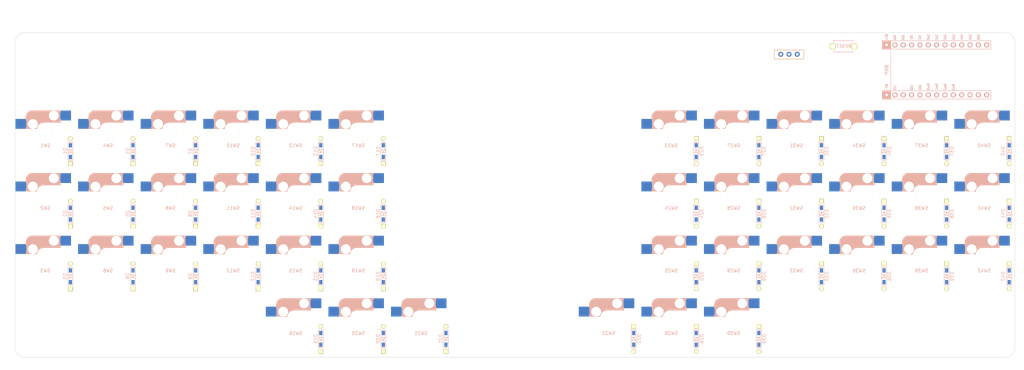
<source format=kicad_pcb>
(kicad_pcb (version 20171130) (host pcbnew "(5.1.10)-1")
  (layers (0 F.Cu signal) (31 B.Cu signal) (34 B.Paste user) (35 F.Paste user) (36 B.SilkS user) (37 F.SilkS user) (38 B.Mask user) (39 F.Mask user) (44 Edge.Cuts user))
  (net 0 "")
  (net 1 "Net-(D1-Pad2)")
  (net 2 Row0)
  (net 3 "Net-(D2-Pad2)")
  (net 4 Row1)
  (net 5 "Net-(D3-Pad2)")
  (net 6 Row2)
  (net 7 "Net-(D4-Pad2)")
  (net 8 "Net-(D5-Pad2)")
  (net 9 "Net-(D6-Pad2)")
  (net 10 "Net-(D7-Pad2)")
  (net 11 "Net-(D8-Pad2)")
  (net 12 "Net-(D9-Pad2)")
  (net 13 "Net-(D10-Pad2)")
  (net 14 "Net-(D11-Pad2)")
  (net 15 "Net-(D12-Pad2)")
  (net 16 "Net-(D13-Pad2)")
  (net 17 "Net-(D14-Pad2)")
  (net 18 "Net-(D15-Pad2)")
  (net 19 "Net-(D16-Pad2)")
  (net 20 Row3)
  (net 21 "Net-(D17-Pad2)")
  (net 22 "Net-(D18-Pad2)")
  (net 23 "Net-(D19-Pad2)")
  (net 24 "Net-(D20-Pad2)")
  (net 25 "Net-(D21-Pad2)")
  (net 26 "Net-(D22-Pad1)")
  (net 27 "Net-(D23-Pad1)")
  (net 28 "Net-(D24-Pad1)")
  (net 29 "Net-(D25-Pad1)")
  (net 30 "Net-(D26-Pad1)")
  (net 31 "Net-(D27-Pad1)")
  (net 32 "Net-(D28-Pad1)")
  (net 33 "Net-(D29-Pad1)")
  (net 34 "Net-(D30-Pad1)")
  (net 35 "Net-(D31-Pad1)")
  (net 36 "Net-(D32-Pad1)")
  (net 37 "Net-(D33-Pad1)")
  (net 38 "Net-(D34-Pad1)")
  (net 39 "Net-(D35-Pad1)")
  (net 40 "Net-(D36-Pad1)")
  (net 41 "Net-(D37-Pad1)")
  (net 42 "Net-(D38-Pad1)")
  (net 43 "Net-(D39-Pad1)")
  (net 44 "Net-(D40-Pad1)")
  (net 45 "Net-(D41-Pad1)")
  (net 46 "Net-(D42-Pad1)")
  (net 47 GND)
  (net 48 Bat+)
  (net 49 Col0)
  (net 50 Col1)
  (net 51 Col2)
  (net 52 Col3)
  (net 53 Col4)
  (net 54 Col5)
  (net 55 Col6)
  (net 56 Reset)
  (net 57 "Net-(U1-Pad1)")
  (net 58 "Net-(U1-Pad2)")
  (net 59 "Net-(U1-Pad9)")
  (net 60 "Net-(U1-Pad10)")
  (net 61 "Net-(U1-Pad11)")
  (net 62 "Net-(U1-Pad12)")
  (net 63 "Net-(U1-Pad13)")
  (net 64 VCC)
  (net 65 "Net-(U1-Pad24)")
  (module kbd_Parts:Battery_XH2.5_GL_PCB (layer F.Cu) (at 254.8672 23.762)
    (fp_text reference J1)
    (fp_text value Conn_01x02 hide)
    (pad 2 thru_hole oval (at -2.5 0.05) (size 1.5 1.5) (drill oval 0.8) (layers *.Cu *.Mask) (net 47 GND) (clearance 0.15))
    (pad 1 thru_hole oval (at 0 0.05) (size 1.5 1.5) (drill oval 0.8) (layers *.Cu *.Mask) (net 48 Bat+) (clearance 0.15))
    (pad 2 thru_hole oval (at 2.5 0.05) (size 1.5 1.5) (drill oval 0.8) (layers *.Cu *.Mask) (net 47 GND) (clearance 0.15))
  )
  (module kbd_SW:CherryMX_Hotswap_1.0u (layer F.Cu) (at 314.275 47.575)
    (fp_text reference SW40 (at 0 4) (layer B.SilkS) (effects (justify mirror)))
    (fp_text value SW_PUSH hide)
    (pad 2 smd rect (at 5.7 -5.12 180) (size 3.3 3) (drill (offset -0.45 0)) (layers B.Cu B.Paste B.Mask) (net 44 "Net-(D40-Pad1)"))
    (pad "" np_thru_hole circle (at -5.08 0) (size 2.2 2.2) (drill 2.2) (layers *.Cu *.Mask F.SilkS))
    (pad "" np_thru_hole circle (at 5.08 0) (size 2.2 2.2) (drill 2.2) (layers *.Cu *.Mask F.SilkS))
    (pad "" np_thru_hole circle (at 0 0 90) (size 4 4) (drill 4) (layers *.Cu *.Mask F.SilkS))
    (pad "" np_thru_hole circle (at 2.54 -5.08 180) (size 3 3) (drill 3) (layers *.Cu *.Mask))
    (pad "" np_thru_hole circle (at -3.81 -2.54 180) (size 3 3) (drill 3) (layers *.Cu *.Mask))
    (pad 1 smd rect (at -7 -2.58 180) (size 3.3 3) (drill (offset 0.45 0)) (layers B.Cu B.Paste B.Mask) (net 55 Col6))
  )
  (module kbd_Parts:Micon_BMP_GL (layer B.Cu) (at 301.575 28.525 270)
    (fp_text reference U1 hide)
    (fp_text value BLEMicroPro hide)
    (fp_text user BMP (at 0 17 270) (layer B.SilkS) (effects (justify mirror)))
    (fp_text user BAT- (at 5.3 17.018 270) (layer B.SilkS) (effects (font (size 0.75 0.5) (thickness 0.125)) (justify mirror)))
    (fp_text user BAT+ (at -9.9155 17.018 270) (layer B.SilkS) (effects (font (size 0.75 0.5) (thickness 0.125)) (justify mirror)))
    (fp_text user " " (at -0.5 17.25 270) (layer B.SilkS) (effects (justify mirror)))
    (fp_text user " " (at -1.2065 16.256 270) (layer F.SilkS))
    (fp_text user RAW (at -9.8155 14.478 270) (layer B.SilkS) (effects (font (size 0.75 0.5) (thickness 0.125)) (justify mirror)))
    (fp_text user LED (at 5.5 14.478 270) (layer B.SilkS) (effects (font (size 0.75 0.5) (thickness 0.125)) (justify mirror)))
    (fp_text user GND (at -9.8155 11.938 270) (layer B.SilkS) (effects (font (size 0.75 0.5) (thickness 0.125)) (justify mirror)))
    (fp_text user RST (at -9.8155 9.3345 270) (layer B.SilkS) (effects (font (size 0.75 0.5) (thickness 0.125)) (justify mirror)))
    (fp_text user GND (at 5.4245 9.3345 270) (layer B.SilkS) (effects (font (size 0.75 0.5) (thickness 0.125)) (justify mirror)))
    (fp_text user VCC (at -9.8155 6.858 270) (layer B.SilkS) (effects (font (size 0.75 0.5) (thickness 0.125)) (justify mirror)))
    (fp_text user GND (at 5.361 6.7945 270) (layer B.SilkS) (effects (font (size 0.75 0.5) (thickness 0.125)) (justify mirror)))
    (fp_text user Col3 (at -9.9 -3.35 270) (layer B.SilkS) (effects (font (size 0.75 0.5) (thickness 0.125)) (justify mirror)))
    (fp_text user Row2 (at 5.2 -0.8 270) (layer B.SilkS) (effects (font (size 0.75 0.5) (thickness 0.125)) (justify mirror)))
    (fp_text user Col2 (at -9.9 -0.762 270) (layer B.SilkS) (effects (font (size 0.75 0.5) (thickness 0.125)) (justify mirror)))
    (fp_text user Row1 (at 5.161 1.778 270) (layer B.SilkS) (effects (font (size 0.75 0.5) (thickness 0.125)) (justify mirror)))
    (fp_text user Col1 (at -9.85 1.778 270) (layer B.SilkS) (effects (font (size 0.75 0.5) (thickness 0.125)) (justify mirror)))
    (fp_text user Row0 (at 5.161 4.318 270) (layer B.SilkS) (effects (font (size 0.75 0.5) (thickness 0.125)) (justify mirror)))
    (fp_text user Col0 (at -9.9 4.3 270) (layer B.SilkS) (effects (font (size 0.75 0.5) (thickness 0.125)) (justify mirror)))
    (fp_text user Col6 (at -9.95 -10.95 270) (layer B.SilkS) (effects (font (size 0.75 0.5) (thickness 0.125)) (justify mirror)))
    (fp_text user " " (at 5.2 -8.4455 270) (layer B.SilkS) (effects (font (size 0.75 0.5) (thickness 0.125)) (justify mirror)))
    (fp_text user Col5 (at -9.95 -8.4455 270) (layer B.SilkS) (effects (font (size 0.75 0.5) (thickness 0.125)) (justify mirror)))
    (fp_text user " " (at 5.2 -5.85 270) (layer B.SilkS) (effects (font (size 0.75 0.5) (thickness 0.125)) (justify mirror)))
    (fp_text user Col4 (at -9.95 -5.85 270) (layer B.SilkS) (effects (font (size 0.75 0.5) (thickness 0.125)) (justify mirror)))
    (fp_text user Row3 (at 5.25 -3.302 270) (layer B.SilkS) (effects (font (size 0.75 0.5) (thickness 0.125)) (justify mirror)))
    (pad 25 thru_hole circle (at -7.5636 17.018 270) (size 1.524 1.524) (drill 0.8128) (layers *.Cu *.Mask B.SilkS) (net 48 Bat+))
    (pad 26 thru_hole circle (at 7.6564 17.018 270) (size 1.524 1.524) (drill 0.8128) (layers *.Cu *.Mask B.SilkS) (net 47 GND))
    (pad 1 thru_hole circle (at 7.6564 14.478 270) (size 1.524 1.524) (drill 0.8128) (layers *.Cu *.Mask B.SilkS) (net 57 "Net-(U1-Pad1)"))
    (pad 2 thru_hole circle (at 7.6564 11.938 270) (size 1.524 1.524) (drill 0.8128) (layers *.Cu *.Mask B.SilkS) (net 58 "Net-(U1-Pad2)"))
    (pad 3 thru_hole circle (at 7.6564 9.398 270) (size 1.524 1.524) (drill 0.8128) (layers *.Cu *.Mask B.SilkS) (net 47 GND))
    (pad 4 thru_hole circle (at 7.6564 6.858 270) (size 1.524 1.524) (drill 0.8128) (layers *.Cu *.Mask B.SilkS) (net 47 GND))
    (pad 5 thru_hole circle (at 7.6564 4.318 270) (size 1.524 1.524) (drill 0.8128) (layers *.Cu *.Mask B.SilkS) (net 2 Row0))
    (pad 6 thru_hole circle (at 7.6564 1.778 270) (size 1.524 1.524) (drill 0.8128) (layers *.Cu *.Mask B.SilkS) (net 4 Row1))
    (pad 7 thru_hole circle (at 7.6564 -0.762 270) (size 1.524 1.524) (drill 0.8128) (layers *.Cu *.Mask B.SilkS) (net 6 Row2))
    (pad 8 thru_hole circle (at 7.6564 -3.302 270) (size 1.524 1.524) (drill 0.8128) (layers *.Cu *.Mask B.SilkS) (net 20 Row3))
    (pad 9 thru_hole circle (at 7.6564 -5.842 270) (size 1.524 1.524) (drill 0.8128) (layers *.Cu *.Mask B.SilkS) (net 59 "Net-(U1-Pad9)"))
    (pad 10 thru_hole circle (at 7.6564 -8.382 270) (size 1.524 1.524) (drill 0.8128) (layers *.Cu *.Mask B.SilkS) (net 60 "Net-(U1-Pad10)"))
    (pad 11 thru_hole circle (at 7.6564 -10.922 270) (size 1.524 1.524) (drill 0.8128) (layers *.Cu *.Mask B.SilkS) (net 61 "Net-(U1-Pad11)"))
    (pad 12 thru_hole circle (at 7.6564 -13.462 270) (size 1.524 1.524) (drill 0.8128) (layers *.Cu *.Mask B.SilkS) (net 62 "Net-(U1-Pad12)"))
    (pad 13 thru_hole circle (at -7.5636 -13.462 270) (size 1.524 1.524) (drill 0.8128) (layers *.Cu *.Mask B.SilkS) (net 63 "Net-(U1-Pad13)"))
    (pad 14 thru_hole circle (at -7.5636 -10.922 270) (size 1.524 1.524) (drill 0.8128) (layers *.Cu *.Mask B.SilkS) (net 55 Col6))
    (pad 15 thru_hole circle (at -7.5636 -8.382 270) (size 1.524 1.524) (drill 0.8128) (layers *.Cu *.Mask B.SilkS) (net 54 Col5))
    (pad 16 thru_hole circle (at -7.5636 -5.842 270) (size 1.524 1.524) (drill 0.8128) (layers *.Cu *.Mask B.SilkS) (net 53 Col4))
    (pad 17 thru_hole circle (at -7.5636 -3.302 270) (size 1.524 1.524) (drill 0.8128) (layers *.Cu *.Mask B.SilkS) (net 52 Col3))
    (pad 18 thru_hole circle (at -7.5636 -0.762 270) (size 1.524 1.524) (drill 0.8128) (layers *.Cu *.Mask B.SilkS) (net 51 Col2))
    (pad 19 thru_hole circle (at -7.5636 1.778 270) (size 1.524 1.524) (drill 0.8128) (layers *.Cu *.Mask B.SilkS) (net 50 Col1))
    (pad 20 thru_hole circle (at -7.5636 4.318 270) (size 1.524 1.524) (drill 0.8128) (layers *.Cu *.Mask B.SilkS) (net 49 Col0))
    (pad 21 thru_hole circle (at -7.5636 6.858 270) (size 1.524 1.524) (drill 0.8128) (layers *.Cu *.Mask B.SilkS) (net 64 VCC))
    (pad 22 thru_hole circle (at -7.5636 9.398 270) (size 1.524 1.524) (drill 0.8128) (layers *.Cu *.Mask B.SilkS) (net 56 Reset))
    (pad 23 thru_hole circle (at -7.5636 11.938 270) (size 1.524 1.524) (drill 0.8128) (layers *.Cu *.Mask B.SilkS) (net 47 GND))
    (pad 24 thru_hole circle (at -7.5636 14.478 270) (size 1.524 1.524) (drill 0.8128) (layers *.Cu *.Mask B.SilkS) (net 65 "Net-(U1-Pad24)"))
  )
  (module kbd_Parts:ResetSW (layer F.Cu) (at 271.4176 21.3807)
    (fp_text reference SW43 hide)
    (fp_text value SW_PUSH)
    (fp_text user RESET (at 0.127 0) (layer B.SilkS) (effects (justify mirror)))
    (pad 2 thru_hole circle (at -3.25 0) (size 2 2) (drill 1.3) (layers *.Cu *.Mask F.SilkS) (net 47 GND))
    (pad 1 thru_hole circle (at 3.25 0) (size 2 2) (drill 1.3) (layers *.Cu *.Mask F.SilkS) (net 56 Reset))
  )
  (module kbd_SW:CherryMX_Hotswap_1.0u (layer F.Cu) (at 314.275 85.675)
    (fp_text reference SW42 (at 0 4) (layer B.SilkS) (effects (justify mirror)))
    (fp_text value SW_PUSH hide)
    (pad 2 smd rect (at 5.7 -5.12 180) (size 3.3 3) (drill (offset -0.45 0)) (layers B.Cu B.Paste B.Mask) (net 46 "Net-(D42-Pad1)"))
    (pad "" np_thru_hole circle (at -5.08 0) (size 2.2 2.2) (drill 2.2) (layers *.Cu *.Mask F.SilkS))
    (pad "" np_thru_hole circle (at 5.08 0) (size 2.2 2.2) (drill 2.2) (layers *.Cu *.Mask F.SilkS))
    (pad "" np_thru_hole circle (at 0 0 90) (size 4 4) (drill 4) (layers *.Cu *.Mask F.SilkS))
    (pad "" np_thru_hole circle (at 2.54 -5.08 180) (size 3 3) (drill 3) (layers *.Cu *.Mask))
    (pad "" np_thru_hole circle (at -3.81 -2.54 180) (size 3 3) (drill 3) (layers *.Cu *.Mask))
    (pad 1 smd rect (at -7 -2.58 180) (size 3.3 3) (drill (offset 0.45 0)) (layers B.Cu B.Paste B.Mask) (net 55 Col6))
  )
  (module kbd_SW:CherryMX_Hotswap_1.0u (layer F.Cu) (at 314.275 66.625)
    (fp_text reference SW41 (at 0 4) (layer B.SilkS) (effects (justify mirror)))
    (fp_text value SW_PUSH hide)
    (pad 2 smd rect (at 5.7 -5.12 180) (size 3.3 3) (drill (offset -0.45 0)) (layers B.Cu B.Paste B.Mask) (net 45 "Net-(D41-Pad1)"))
    (pad "" np_thru_hole circle (at -5.08 0) (size 2.2 2.2) (drill 2.2) (layers *.Cu *.Mask F.SilkS))
    (pad "" np_thru_hole circle (at 5.08 0) (size 2.2 2.2) (drill 2.2) (layers *.Cu *.Mask F.SilkS))
    (pad "" np_thru_hole circle (at 0 0 90) (size 4 4) (drill 4) (layers *.Cu *.Mask F.SilkS))
    (pad "" np_thru_hole circle (at 2.54 -5.08 180) (size 3 3) (drill 3) (layers *.Cu *.Mask))
    (pad "" np_thru_hole circle (at -3.81 -2.54 180) (size 3 3) (drill 3) (layers *.Cu *.Mask))
    (pad 1 smd rect (at -7 -2.58 180) (size 3.3 3) (drill (offset 0.45 0)) (layers B.Cu B.Paste B.Mask) (net 55 Col6))
  )
  (module kbd_SW:CherryMX_Hotswap_1.0u (layer F.Cu) (at 295.225 85.675)
    (fp_text reference SW39 (at 0 4) (layer B.SilkS) (effects (justify mirror)))
    (fp_text value SW_PUSH hide)
    (pad 2 smd rect (at 5.7 -5.12 180) (size 3.3 3) (drill (offset -0.45 0)) (layers B.Cu B.Paste B.Mask) (net 43 "Net-(D39-Pad1)"))
    (pad "" np_thru_hole circle (at -5.08 0) (size 2.2 2.2) (drill 2.2) (layers *.Cu *.Mask F.SilkS))
    (pad "" np_thru_hole circle (at 5.08 0) (size 2.2 2.2) (drill 2.2) (layers *.Cu *.Mask F.SilkS))
    (pad "" np_thru_hole circle (at 0 0 90) (size 4 4) (drill 4) (layers *.Cu *.Mask F.SilkS))
    (pad "" np_thru_hole circle (at 2.54 -5.08 180) (size 3 3) (drill 3) (layers *.Cu *.Mask))
    (pad "" np_thru_hole circle (at -3.81 -2.54 180) (size 3 3) (drill 3) (layers *.Cu *.Mask))
    (pad 1 smd rect (at -7 -2.58 180) (size 3.3 3) (drill (offset 0.45 0)) (layers B.Cu B.Paste B.Mask) (net 54 Col5))
  )
  (module kbd_SW:CherryMX_Hotswap_1.0u (layer F.Cu) (at 295.225 66.625)
    (fp_text reference SW38 (at 0 4) (layer B.SilkS) (effects (justify mirror)))
    (fp_text value SW_PUSH hide)
    (pad 2 smd rect (at 5.7 -5.12 180) (size 3.3 3) (drill (offset -0.45 0)) (layers B.Cu B.Paste B.Mask) (net 42 "Net-(D38-Pad1)"))
    (pad "" np_thru_hole circle (at -5.08 0) (size 2.2 2.2) (drill 2.2) (layers *.Cu *.Mask F.SilkS))
    (pad "" np_thru_hole circle (at 5.08 0) (size 2.2 2.2) (drill 2.2) (layers *.Cu *.Mask F.SilkS))
    (pad "" np_thru_hole circle (at 0 0 90) (size 4 4) (drill 4) (layers *.Cu *.Mask F.SilkS))
    (pad "" np_thru_hole circle (at 2.54 -5.08 180) (size 3 3) (drill 3) (layers *.Cu *.Mask))
    (pad "" np_thru_hole circle (at -3.81 -2.54 180) (size 3 3) (drill 3) (layers *.Cu *.Mask))
    (pad 1 smd rect (at -7 -2.58 180) (size 3.3 3) (drill (offset 0.45 0)) (layers B.Cu B.Paste B.Mask) (net 54 Col5))
  )
  (module kbd_SW:CherryMX_Hotswap_1.0u (layer F.Cu) (at 295.225 47.575)
    (fp_text reference SW37 (at 0 4) (layer B.SilkS) (effects (justify mirror)))
    (fp_text value SW_PUSH hide)
    (pad 2 smd rect (at 5.7 -5.12 180) (size 3.3 3) (drill (offset -0.45 0)) (layers B.Cu B.Paste B.Mask) (net 41 "Net-(D37-Pad1)"))
    (pad "" np_thru_hole circle (at -5.08 0) (size 2.2 2.2) (drill 2.2) (layers *.Cu *.Mask F.SilkS))
    (pad "" np_thru_hole circle (at 5.08 0) (size 2.2 2.2) (drill 2.2) (layers *.Cu *.Mask F.SilkS))
    (pad "" np_thru_hole circle (at 0 0 90) (size 4 4) (drill 4) (layers *.Cu *.Mask F.SilkS))
    (pad "" np_thru_hole circle (at 2.54 -5.08 180) (size 3 3) (drill 3) (layers *.Cu *.Mask))
    (pad "" np_thru_hole circle (at -3.81 -2.54 180) (size 3 3) (drill 3) (layers *.Cu *.Mask))
    (pad 1 smd rect (at -7 -2.58 180) (size 3.3 3) (drill (offset 0.45 0)) (layers B.Cu B.Paste B.Mask) (net 54 Col5))
  )
  (module kbd_SW:CherryMX_Hotswap_1.0u (layer F.Cu) (at 276.175 85.675)
    (fp_text reference SW36 (at 0 4) (layer B.SilkS) (effects (justify mirror)))
    (fp_text value SW_PUSH hide)
    (pad 2 smd rect (at 5.7 -5.12 180) (size 3.3 3) (drill (offset -0.45 0)) (layers B.Cu B.Paste B.Mask) (net 40 "Net-(D36-Pad1)"))
    (pad "" np_thru_hole circle (at -5.08 0) (size 2.2 2.2) (drill 2.2) (layers *.Cu *.Mask F.SilkS))
    (pad "" np_thru_hole circle (at 5.08 0) (size 2.2 2.2) (drill 2.2) (layers *.Cu *.Mask F.SilkS))
    (pad "" np_thru_hole circle (at 0 0 90) (size 4 4) (drill 4) (layers *.Cu *.Mask F.SilkS))
    (pad "" np_thru_hole circle (at 2.54 -5.08 180) (size 3 3) (drill 3) (layers *.Cu *.Mask))
    (pad "" np_thru_hole circle (at -3.81 -2.54 180) (size 3 3) (drill 3) (layers *.Cu *.Mask))
    (pad 1 smd rect (at -7 -2.58 180) (size 3.3 3) (drill (offset 0.45 0)) (layers B.Cu B.Paste B.Mask) (net 53 Col4))
  )
  (module kbd_SW:CherryMX_Hotswap_1.0u (layer F.Cu) (at 276.175 66.625)
    (fp_text reference SW35 (at 0 4) (layer B.SilkS) (effects (justify mirror)))
    (fp_text value SW_PUSH hide)
    (pad 2 smd rect (at 5.7 -5.12 180) (size 3.3 3) (drill (offset -0.45 0)) (layers B.Cu B.Paste B.Mask) (net 39 "Net-(D35-Pad1)"))
    (pad "" np_thru_hole circle (at -5.08 0) (size 2.2 2.2) (drill 2.2) (layers *.Cu *.Mask F.SilkS))
    (pad "" np_thru_hole circle (at 5.08 0) (size 2.2 2.2) (drill 2.2) (layers *.Cu *.Mask F.SilkS))
    (pad "" np_thru_hole circle (at 0 0 90) (size 4 4) (drill 4) (layers *.Cu *.Mask F.SilkS))
    (pad "" np_thru_hole circle (at 2.54 -5.08 180) (size 3 3) (drill 3) (layers *.Cu *.Mask))
    (pad "" np_thru_hole circle (at -3.81 -2.54 180) (size 3 3) (drill 3) (layers *.Cu *.Mask))
    (pad 1 smd rect (at -7 -2.58 180) (size 3.3 3) (drill (offset 0.45 0)) (layers B.Cu B.Paste B.Mask) (net 53 Col4))
  )
  (module kbd_SW:CherryMX_Hotswap_1.0u (layer F.Cu) (at 276.175 47.575)
    (fp_text reference SW34 (at 0 4) (layer B.SilkS) (effects (justify mirror)))
    (fp_text value SW_PUSH hide)
    (pad 2 smd rect (at 5.7 -5.12 180) (size 3.3 3) (drill (offset -0.45 0)) (layers B.Cu B.Paste B.Mask) (net 38 "Net-(D34-Pad1)"))
    (pad "" np_thru_hole circle (at -5.08 0) (size 2.2 2.2) (drill 2.2) (layers *.Cu *.Mask F.SilkS))
    (pad "" np_thru_hole circle (at 5.08 0) (size 2.2 2.2) (drill 2.2) (layers *.Cu *.Mask F.SilkS))
    (pad "" np_thru_hole circle (at 0 0 90) (size 4 4) (drill 4) (layers *.Cu *.Mask F.SilkS))
    (pad "" np_thru_hole circle (at 2.54 -5.08 180) (size 3 3) (drill 3) (layers *.Cu *.Mask))
    (pad "" np_thru_hole circle (at -3.81 -2.54 180) (size 3 3) (drill 3) (layers *.Cu *.Mask))
    (pad 1 smd rect (at -7 -2.58 180) (size 3.3 3) (drill (offset 0.45 0)) (layers B.Cu B.Paste B.Mask) (net 53 Col4))
  )
  (module kbd_SW:CherryMX_Hotswap_1.0u (layer F.Cu) (at 257.125 85.675)
    (fp_text reference SW33 (at 0 4) (layer B.SilkS) (effects (justify mirror)))
    (fp_text value SW_PUSH hide)
    (pad 2 smd rect (at 5.7 -5.12 180) (size 3.3 3) (drill (offset -0.45 0)) (layers B.Cu B.Paste B.Mask) (net 37 "Net-(D33-Pad1)"))
    (pad "" np_thru_hole circle (at -5.08 0) (size 2.2 2.2) (drill 2.2) (layers *.Cu *.Mask F.SilkS))
    (pad "" np_thru_hole circle (at 5.08 0) (size 2.2 2.2) (drill 2.2) (layers *.Cu *.Mask F.SilkS))
    (pad "" np_thru_hole circle (at 0 0 90) (size 4 4) (drill 4) (layers *.Cu *.Mask F.SilkS))
    (pad "" np_thru_hole circle (at 2.54 -5.08 180) (size 3 3) (drill 3) (layers *.Cu *.Mask))
    (pad "" np_thru_hole circle (at -3.81 -2.54 180) (size 3 3) (drill 3) (layers *.Cu *.Mask))
    (pad 1 smd rect (at -7 -2.58 180) (size 3.3 3) (drill (offset 0.45 0)) (layers B.Cu B.Paste B.Mask) (net 52 Col3))
  )
  (module kbd_SW:CherryMX_Hotswap_1.0u (layer F.Cu) (at 257.125 66.625)
    (fp_text reference SW32 (at 0 4) (layer B.SilkS) (effects (justify mirror)))
    (fp_text value SW_PUSH hide)
    (pad 2 smd rect (at 5.7 -5.12 180) (size 3.3 3) (drill (offset -0.45 0)) (layers B.Cu B.Paste B.Mask) (net 36 "Net-(D32-Pad1)"))
    (pad "" np_thru_hole circle (at -5.08 0) (size 2.2 2.2) (drill 2.2) (layers *.Cu *.Mask F.SilkS))
    (pad "" np_thru_hole circle (at 5.08 0) (size 2.2 2.2) (drill 2.2) (layers *.Cu *.Mask F.SilkS))
    (pad "" np_thru_hole circle (at 0 0 90) (size 4 4) (drill 4) (layers *.Cu *.Mask F.SilkS))
    (pad "" np_thru_hole circle (at 2.54 -5.08 180) (size 3 3) (drill 3) (layers *.Cu *.Mask))
    (pad "" np_thru_hole circle (at -3.81 -2.54 180) (size 3 3) (drill 3) (layers *.Cu *.Mask))
    (pad 1 smd rect (at -7 -2.58 180) (size 3.3 3) (drill (offset 0.45 0)) (layers B.Cu B.Paste B.Mask) (net 52 Col3))
  )
  (module kbd_SW:CherryMX_Hotswap_1.0u (layer F.Cu) (at 257.125 47.575)
    (fp_text reference SW31 (at 0 4) (layer B.SilkS) (effects (justify mirror)))
    (fp_text value SW_PUSH hide)
    (pad 2 smd rect (at 5.7 -5.12 180) (size 3.3 3) (drill (offset -0.45 0)) (layers B.Cu B.Paste B.Mask) (net 35 "Net-(D31-Pad1)"))
    (pad "" np_thru_hole circle (at -5.08 0) (size 2.2 2.2) (drill 2.2) (layers *.Cu *.Mask F.SilkS))
    (pad "" np_thru_hole circle (at 5.08 0) (size 2.2 2.2) (drill 2.2) (layers *.Cu *.Mask F.SilkS))
    (pad "" np_thru_hole circle (at 0 0 90) (size 4 4) (drill 4) (layers *.Cu *.Mask F.SilkS))
    (pad "" np_thru_hole circle (at 2.54 -5.08 180) (size 3 3) (drill 3) (layers *.Cu *.Mask))
    (pad "" np_thru_hole circle (at -3.81 -2.54 180) (size 3 3) (drill 3) (layers *.Cu *.Mask))
    (pad 1 smd rect (at -7 -2.58 180) (size 3.3 3) (drill (offset 0.45 0)) (layers B.Cu B.Paste B.Mask) (net 52 Col3))
  )
  (module kbd_SW:CherryMX_Hotswap_1.0u (layer F.Cu) (at 238.075 104.725)
    (fp_text reference SW30 (at 0 4) (layer B.SilkS) (effects (justify mirror)))
    (fp_text value SW_PUSH hide)
    (pad 2 smd rect (at 5.7 -5.12 180) (size 3.3 3) (drill (offset -0.45 0)) (layers B.Cu B.Paste B.Mask) (net 34 "Net-(D30-Pad1)"))
    (pad "" np_thru_hole circle (at -5.08 0) (size 2.2 2.2) (drill 2.2) (layers *.Cu *.Mask F.SilkS))
    (pad "" np_thru_hole circle (at 5.08 0) (size 2.2 2.2) (drill 2.2) (layers *.Cu *.Mask F.SilkS))
    (pad "" np_thru_hole circle (at 0 0 90) (size 4 4) (drill 4) (layers *.Cu *.Mask F.SilkS))
    (pad "" np_thru_hole circle (at 2.54 -5.08 180) (size 3 3) (drill 3) (layers *.Cu *.Mask))
    (pad "" np_thru_hole circle (at -3.81 -2.54 180) (size 3 3) (drill 3) (layers *.Cu *.Mask))
    (pad 1 smd rect (at -7 -2.58 180) (size 3.3 3) (drill (offset 0.45 0)) (layers B.Cu B.Paste B.Mask) (net 51 Col2))
  )
  (module kbd_SW:CherryMX_Hotswap_1.0u (layer F.Cu) (at 238.075 85.675)
    (fp_text reference SW29 (at 0 4) (layer B.SilkS) (effects (justify mirror)))
    (fp_text value SW_PUSH hide)
    (pad 2 smd rect (at 5.7 -5.12 180) (size 3.3 3) (drill (offset -0.45 0)) (layers B.Cu B.Paste B.Mask) (net 33 "Net-(D29-Pad1)"))
    (pad "" np_thru_hole circle (at -5.08 0) (size 2.2 2.2) (drill 2.2) (layers *.Cu *.Mask F.SilkS))
    (pad "" np_thru_hole circle (at 5.08 0) (size 2.2 2.2) (drill 2.2) (layers *.Cu *.Mask F.SilkS))
    (pad "" np_thru_hole circle (at 0 0 90) (size 4 4) (drill 4) (layers *.Cu *.Mask F.SilkS))
    (pad "" np_thru_hole circle (at 2.54 -5.08 180) (size 3 3) (drill 3) (layers *.Cu *.Mask))
    (pad "" np_thru_hole circle (at -3.81 -2.54 180) (size 3 3) (drill 3) (layers *.Cu *.Mask))
    (pad 1 smd rect (at -7 -2.58 180) (size 3.3 3) (drill (offset 0.45 0)) (layers B.Cu B.Paste B.Mask) (net 51 Col2))
  )
  (module kbd_SW:CherryMX_Hotswap_1.0u (layer F.Cu) (at 238.075 66.625)
    (fp_text reference SW28 (at 0 4) (layer B.SilkS) (effects (justify mirror)))
    (fp_text value SW_PUSH hide)
    (pad 2 smd rect (at 5.7 -5.12 180) (size 3.3 3) (drill (offset -0.45 0)) (layers B.Cu B.Paste B.Mask) (net 32 "Net-(D28-Pad1)"))
    (pad "" np_thru_hole circle (at -5.08 0) (size 2.2 2.2) (drill 2.2) (layers *.Cu *.Mask F.SilkS))
    (pad "" np_thru_hole circle (at 5.08 0) (size 2.2 2.2) (drill 2.2) (layers *.Cu *.Mask F.SilkS))
    (pad "" np_thru_hole circle (at 0 0 90) (size 4 4) (drill 4) (layers *.Cu *.Mask F.SilkS))
    (pad "" np_thru_hole circle (at 2.54 -5.08 180) (size 3 3) (drill 3) (layers *.Cu *.Mask))
    (pad "" np_thru_hole circle (at -3.81 -2.54 180) (size 3 3) (drill 3) (layers *.Cu *.Mask))
    (pad 1 smd rect (at -7 -2.58 180) (size 3.3 3) (drill (offset 0.45 0)) (layers B.Cu B.Paste B.Mask) (net 51 Col2))
  )
  (module kbd_SW:CherryMX_Hotswap_1.0u (layer F.Cu) (at 238.075 47.575)
    (fp_text reference SW27 (at 0 4) (layer B.SilkS) (effects (justify mirror)))
    (fp_text value SW_PUSH hide)
    (pad 2 smd rect (at 5.7 -5.12 180) (size 3.3 3) (drill (offset -0.45 0)) (layers B.Cu B.Paste B.Mask) (net 31 "Net-(D27-Pad1)"))
    (pad "" np_thru_hole circle (at -5.08 0) (size 2.2 2.2) (drill 2.2) (layers *.Cu *.Mask F.SilkS))
    (pad "" np_thru_hole circle (at 5.08 0) (size 2.2 2.2) (drill 2.2) (layers *.Cu *.Mask F.SilkS))
    (pad "" np_thru_hole circle (at 0 0 90) (size 4 4) (drill 4) (layers *.Cu *.Mask F.SilkS))
    (pad "" np_thru_hole circle (at 2.54 -5.08 180) (size 3 3) (drill 3) (layers *.Cu *.Mask))
    (pad "" np_thru_hole circle (at -3.81 -2.54 180) (size 3 3) (drill 3) (layers *.Cu *.Mask))
    (pad 1 smd rect (at -7 -2.58 180) (size 3.3 3) (drill (offset 0.45 0)) (layers B.Cu B.Paste B.Mask) (net 51 Col2))
  )
  (module kbd_SW:CherryMX_Hotswap_1.0u (layer F.Cu) (at 219.025 104.725)
    (fp_text reference SW26 (at 0 4) (layer B.SilkS) (effects (justify mirror)))
    (fp_text value SW_PUSH hide)
    (pad 2 smd rect (at 5.7 -5.12 180) (size 3.3 3) (drill (offset -0.45 0)) (layers B.Cu B.Paste B.Mask) (net 30 "Net-(D26-Pad1)"))
    (pad "" np_thru_hole circle (at -5.08 0) (size 2.2 2.2) (drill 2.2) (layers *.Cu *.Mask F.SilkS))
    (pad "" np_thru_hole circle (at 5.08 0) (size 2.2 2.2) (drill 2.2) (layers *.Cu *.Mask F.SilkS))
    (pad "" np_thru_hole circle (at 0 0 90) (size 4 4) (drill 4) (layers *.Cu *.Mask F.SilkS))
    (pad "" np_thru_hole circle (at 2.54 -5.08 180) (size 3 3) (drill 3) (layers *.Cu *.Mask))
    (pad "" np_thru_hole circle (at -3.81 -2.54 180) (size 3 3) (drill 3) (layers *.Cu *.Mask))
    (pad 1 smd rect (at -7 -2.58 180) (size 3.3 3) (drill (offset 0.45 0)) (layers B.Cu B.Paste B.Mask) (net 50 Col1))
  )
  (module kbd_SW:CherryMX_Hotswap_1.0u (layer F.Cu) (at 219.025 85.675)
    (fp_text reference SW25 (at 0 4) (layer B.SilkS) (effects (justify mirror)))
    (fp_text value SW_PUSH hide)
    (pad 2 smd rect (at 5.7 -5.12 180) (size 3.3 3) (drill (offset -0.45 0)) (layers B.Cu B.Paste B.Mask) (net 29 "Net-(D25-Pad1)"))
    (pad "" np_thru_hole circle (at -5.08 0) (size 2.2 2.2) (drill 2.2) (layers *.Cu *.Mask F.SilkS))
    (pad "" np_thru_hole circle (at 5.08 0) (size 2.2 2.2) (drill 2.2) (layers *.Cu *.Mask F.SilkS))
    (pad "" np_thru_hole circle (at 0 0 90) (size 4 4) (drill 4) (layers *.Cu *.Mask F.SilkS))
    (pad "" np_thru_hole circle (at 2.54 -5.08 180) (size 3 3) (drill 3) (layers *.Cu *.Mask))
    (pad "" np_thru_hole circle (at -3.81 -2.54 180) (size 3 3) (drill 3) (layers *.Cu *.Mask))
    (pad 1 smd rect (at -7 -2.58 180) (size 3.3 3) (drill (offset 0.45 0)) (layers B.Cu B.Paste B.Mask) (net 50 Col1))
  )
  (module kbd_SW:CherryMX_Hotswap_1.0u (layer F.Cu) (at 219.025 66.625)
    (fp_text reference SW24 (at 0 4) (layer B.SilkS) (effects (justify mirror)))
    (fp_text value SW_PUSH hide)
    (pad 2 smd rect (at 5.7 -5.12 180) (size 3.3 3) (drill (offset -0.45 0)) (layers B.Cu B.Paste B.Mask) (net 28 "Net-(D24-Pad1)"))
    (pad "" np_thru_hole circle (at -5.08 0) (size 2.2 2.2) (drill 2.2) (layers *.Cu *.Mask F.SilkS))
    (pad "" np_thru_hole circle (at 5.08 0) (size 2.2 2.2) (drill 2.2) (layers *.Cu *.Mask F.SilkS))
    (pad "" np_thru_hole circle (at 0 0 90) (size 4 4) (drill 4) (layers *.Cu *.Mask F.SilkS))
    (pad "" np_thru_hole circle (at 2.54 -5.08 180) (size 3 3) (drill 3) (layers *.Cu *.Mask))
    (pad "" np_thru_hole circle (at -3.81 -2.54 180) (size 3 3) (drill 3) (layers *.Cu *.Mask))
    (pad 1 smd rect (at -7 -2.58 180) (size 3.3 3) (drill (offset 0.45 0)) (layers B.Cu B.Paste B.Mask) (net 50 Col1))
  )
  (module kbd_SW:CherryMX_Hotswap_1.0u (layer F.Cu) (at 219.025 47.575)
    (fp_text reference SW23 (at 0 4) (layer B.SilkS) (effects (justify mirror)))
    (fp_text value SW_PUSH hide)
    (pad 2 smd rect (at 5.7 -5.12 180) (size 3.3 3) (drill (offset -0.45 0)) (layers B.Cu B.Paste B.Mask) (net 27 "Net-(D23-Pad1)"))
    (pad "" np_thru_hole circle (at -5.08 0) (size 2.2 2.2) (drill 2.2) (layers *.Cu *.Mask F.SilkS))
    (pad "" np_thru_hole circle (at 5.08 0) (size 2.2 2.2) (drill 2.2) (layers *.Cu *.Mask F.SilkS))
    (pad "" np_thru_hole circle (at 0 0 90) (size 4 4) (drill 4) (layers *.Cu *.Mask F.SilkS))
    (pad "" np_thru_hole circle (at 2.54 -5.08 180) (size 3 3) (drill 3) (layers *.Cu *.Mask))
    (pad "" np_thru_hole circle (at -3.81 -2.54 180) (size 3 3) (drill 3) (layers *.Cu *.Mask))
    (pad 1 smd rect (at -7 -2.58 180) (size 3.3 3) (drill (offset 0.45 0)) (layers B.Cu B.Paste B.Mask) (net 50 Col1))
  )
  (module kbd_SW:CherryMX_Hotswap_1.0u (layer F.Cu) (at 199.975 104.725)
    (fp_text reference SW22 (at 0 4) (layer B.SilkS) (effects (justify mirror)))
    (fp_text value SW_PUSH hide)
    (pad 2 smd rect (at 5.7 -5.12 180) (size 3.3 3) (drill (offset -0.45 0)) (layers B.Cu B.Paste B.Mask) (net 26 "Net-(D22-Pad1)"))
    (pad "" np_thru_hole circle (at -5.08 0) (size 2.2 2.2) (drill 2.2) (layers *.Cu *.Mask F.SilkS))
    (pad "" np_thru_hole circle (at 5.08 0) (size 2.2 2.2) (drill 2.2) (layers *.Cu *.Mask F.SilkS))
    (pad "" np_thru_hole circle (at 0 0 90) (size 4 4) (drill 4) (layers *.Cu *.Mask F.SilkS))
    (pad "" np_thru_hole circle (at 2.54 -5.08 180) (size 3 3) (drill 3) (layers *.Cu *.Mask))
    (pad "" np_thru_hole circle (at -3.81 -2.54 180) (size 3 3) (drill 3) (layers *.Cu *.Mask))
    (pad 1 smd rect (at -7 -2.58 180) (size 3.3 3) (drill (offset 0.45 0)) (layers B.Cu B.Paste B.Mask) (net 49 Col0))
  )
  (module kbd_SW:CherryMX_Hotswap_1.0u (layer F.Cu) (at 142.825 104.725)
    (fp_text reference SW21 (at 0 4) (layer B.SilkS) (effects (justify mirror)))
    (fp_text value SW_PUSH hide)
    (pad 2 smd rect (at 5.7 -5.12 180) (size 3.3 3) (drill (offset -0.45 0)) (layers B.Cu B.Paste B.Mask) (net 25 "Net-(D21-Pad2)"))
    (pad "" np_thru_hole circle (at -5.08 0) (size 2.2 2.2) (drill 2.2) (layers *.Cu *.Mask F.SilkS))
    (pad "" np_thru_hole circle (at 5.08 0) (size 2.2 2.2) (drill 2.2) (layers *.Cu *.Mask F.SilkS))
    (pad "" np_thru_hole circle (at 0 0 90) (size 4 4) (drill 4) (layers *.Cu *.Mask F.SilkS))
    (pad "" np_thru_hole circle (at 2.54 -5.08 180) (size 3 3) (drill 3) (layers *.Cu *.Mask))
    (pad "" np_thru_hole circle (at -3.81 -2.54 180) (size 3 3) (drill 3) (layers *.Cu *.Mask))
    (pad 1 smd rect (at -7 -2.58 180) (size 3.3 3) (drill (offset 0.45 0)) (layers B.Cu B.Paste B.Mask) (net 55 Col6))
  )
  (module kbd_SW:CherryMX_Hotswap_1.0u (layer F.Cu) (at 123.775 104.725)
    (fp_text reference SW20 (at 0 4) (layer B.SilkS) (effects (justify mirror)))
    (fp_text value SW_PUSH hide)
    (pad 2 smd rect (at 5.7 -5.12 180) (size 3.3 3) (drill (offset -0.45 0)) (layers B.Cu B.Paste B.Mask) (net 24 "Net-(D20-Pad2)"))
    (pad "" np_thru_hole circle (at -5.08 0) (size 2.2 2.2) (drill 2.2) (layers *.Cu *.Mask F.SilkS))
    (pad "" np_thru_hole circle (at 5.08 0) (size 2.2 2.2) (drill 2.2) (layers *.Cu *.Mask F.SilkS))
    (pad "" np_thru_hole circle (at 0 0 90) (size 4 4) (drill 4) (layers *.Cu *.Mask F.SilkS))
    (pad "" np_thru_hole circle (at 2.54 -5.08 180) (size 3 3) (drill 3) (layers *.Cu *.Mask))
    (pad "" np_thru_hole circle (at -3.81 -2.54 180) (size 3 3) (drill 3) (layers *.Cu *.Mask))
    (pad 1 smd rect (at -7 -2.58 180) (size 3.3 3) (drill (offset 0.45 0)) (layers B.Cu B.Paste B.Mask) (net 54 Col5))
  )
  (module kbd_SW:CherryMX_Hotswap_1.0u (layer F.Cu) (at 123.775 85.675)
    (fp_text reference SW19 (at 0 4) (layer B.SilkS) (effects (justify mirror)))
    (fp_text value SW_PUSH hide)
    (pad 2 smd rect (at 5.7 -5.12 180) (size 3.3 3) (drill (offset -0.45 0)) (layers B.Cu B.Paste B.Mask) (net 23 "Net-(D19-Pad2)"))
    (pad "" np_thru_hole circle (at -5.08 0) (size 2.2 2.2) (drill 2.2) (layers *.Cu *.Mask F.SilkS))
    (pad "" np_thru_hole circle (at 5.08 0) (size 2.2 2.2) (drill 2.2) (layers *.Cu *.Mask F.SilkS))
    (pad "" np_thru_hole circle (at 0 0 90) (size 4 4) (drill 4) (layers *.Cu *.Mask F.SilkS))
    (pad "" np_thru_hole circle (at 2.54 -5.08 180) (size 3 3) (drill 3) (layers *.Cu *.Mask))
    (pad "" np_thru_hole circle (at -3.81 -2.54 180) (size 3 3) (drill 3) (layers *.Cu *.Mask))
    (pad 1 smd rect (at -7 -2.58 180) (size 3.3 3) (drill (offset 0.45 0)) (layers B.Cu B.Paste B.Mask) (net 54 Col5))
  )
  (module kbd_SW:CherryMX_Hotswap_1.0u (layer F.Cu) (at 123.775 66.625)
    (fp_text reference SW18 (at 0 4) (layer B.SilkS) (effects (justify mirror)))
    (fp_text value SW_PUSH hide)
    (pad 2 smd rect (at 5.7 -5.12 180) (size 3.3 3) (drill (offset -0.45 0)) (layers B.Cu B.Paste B.Mask) (net 22 "Net-(D18-Pad2)"))
    (pad "" np_thru_hole circle (at -5.08 0) (size 2.2 2.2) (drill 2.2) (layers *.Cu *.Mask F.SilkS))
    (pad "" np_thru_hole circle (at 5.08 0) (size 2.2 2.2) (drill 2.2) (layers *.Cu *.Mask F.SilkS))
    (pad "" np_thru_hole circle (at 0 0 90) (size 4 4) (drill 4) (layers *.Cu *.Mask F.SilkS))
    (pad "" np_thru_hole circle (at 2.54 -5.08 180) (size 3 3) (drill 3) (layers *.Cu *.Mask))
    (pad "" np_thru_hole circle (at -3.81 -2.54 180) (size 3 3) (drill 3) (layers *.Cu *.Mask))
    (pad 1 smd rect (at -7 -2.58 180) (size 3.3 3) (drill (offset 0.45 0)) (layers B.Cu B.Paste B.Mask) (net 54 Col5))
  )
  (module kbd_SW:CherryMX_Hotswap_1.0u (layer F.Cu) (at 123.775 47.575)
    (fp_text reference SW17 (at 0 4) (layer B.SilkS) (effects (justify mirror)))
    (fp_text value SW_PUSH hide)
    (pad 2 smd rect (at 5.7 -5.12 180) (size 3.3 3) (drill (offset -0.45 0)) (layers B.Cu B.Paste B.Mask) (net 21 "Net-(D17-Pad2)"))
    (pad "" np_thru_hole circle (at -5.08 0) (size 2.2 2.2) (drill 2.2) (layers *.Cu *.Mask F.SilkS))
    (pad "" np_thru_hole circle (at 5.08 0) (size 2.2 2.2) (drill 2.2) (layers *.Cu *.Mask F.SilkS))
    (pad "" np_thru_hole circle (at 0 0 90) (size 4 4) (drill 4) (layers *.Cu *.Mask F.SilkS))
    (pad "" np_thru_hole circle (at 2.54 -5.08 180) (size 3 3) (drill 3) (layers *.Cu *.Mask))
    (pad "" np_thru_hole circle (at -3.81 -2.54 180) (size 3 3) (drill 3) (layers *.Cu *.Mask))
    (pad 1 smd rect (at -7 -2.58 180) (size 3.3 3) (drill (offset 0.45 0)) (layers B.Cu B.Paste B.Mask) (net 54 Col5))
  )
  (module kbd_SW:CherryMX_Hotswap_1.0u (layer F.Cu) (at 104.725 104.725)
    (fp_text reference SW16 (at 0 4) (layer B.SilkS) (effects (justify mirror)))
    (fp_text value SW_PUSH hide)
    (pad 2 smd rect (at 5.7 -5.12 180) (size 3.3 3) (drill (offset -0.45 0)) (layers B.Cu B.Paste B.Mask) (net 19 "Net-(D16-Pad2)"))
    (pad "" np_thru_hole circle (at -5.08 0) (size 2.2 2.2) (drill 2.2) (layers *.Cu *.Mask F.SilkS))
    (pad "" np_thru_hole circle (at 5.08 0) (size 2.2 2.2) (drill 2.2) (layers *.Cu *.Mask F.SilkS))
    (pad "" np_thru_hole circle (at 0 0 90) (size 4 4) (drill 4) (layers *.Cu *.Mask F.SilkS))
    (pad "" np_thru_hole circle (at 2.54 -5.08 180) (size 3 3) (drill 3) (layers *.Cu *.Mask))
    (pad "" np_thru_hole circle (at -3.81 -2.54 180) (size 3 3) (drill 3) (layers *.Cu *.Mask))
    (pad 1 smd rect (at -7 -2.58 180) (size 3.3 3) (drill (offset 0.45 0)) (layers B.Cu B.Paste B.Mask) (net 53 Col4))
  )
  (module kbd_SW:CherryMX_Hotswap_1.0u (layer F.Cu) (at 104.725 85.675)
    (fp_text reference SW15 (at 0 4) (layer B.SilkS) (effects (justify mirror)))
    (fp_text value SW_PUSH hide)
    (pad 2 smd rect (at 5.7 -5.12 180) (size 3.3 3) (drill (offset -0.45 0)) (layers B.Cu B.Paste B.Mask) (net 18 "Net-(D15-Pad2)"))
    (pad "" np_thru_hole circle (at -5.08 0) (size 2.2 2.2) (drill 2.2) (layers *.Cu *.Mask F.SilkS))
    (pad "" np_thru_hole circle (at 5.08 0) (size 2.2 2.2) (drill 2.2) (layers *.Cu *.Mask F.SilkS))
    (pad "" np_thru_hole circle (at 0 0 90) (size 4 4) (drill 4) (layers *.Cu *.Mask F.SilkS))
    (pad "" np_thru_hole circle (at 2.54 -5.08 180) (size 3 3) (drill 3) (layers *.Cu *.Mask))
    (pad "" np_thru_hole circle (at -3.81 -2.54 180) (size 3 3) (drill 3) (layers *.Cu *.Mask))
    (pad 1 smd rect (at -7 -2.58 180) (size 3.3 3) (drill (offset 0.45 0)) (layers B.Cu B.Paste B.Mask) (net 53 Col4))
  )
  (module kbd_SW:CherryMX_Hotswap_1.0u (layer F.Cu) (at 104.725 66.625)
    (fp_text reference SW14 (at 0 4) (layer B.SilkS) (effects (justify mirror)))
    (fp_text value SW_PUSH hide)
    (pad 2 smd rect (at 5.7 -5.12 180) (size 3.3 3) (drill (offset -0.45 0)) (layers B.Cu B.Paste B.Mask) (net 17 "Net-(D14-Pad2)"))
    (pad "" np_thru_hole circle (at -5.08 0) (size 2.2 2.2) (drill 2.2) (layers *.Cu *.Mask F.SilkS))
    (pad "" np_thru_hole circle (at 5.08 0) (size 2.2 2.2) (drill 2.2) (layers *.Cu *.Mask F.SilkS))
    (pad "" np_thru_hole circle (at 0 0 90) (size 4 4) (drill 4) (layers *.Cu *.Mask F.SilkS))
    (pad "" np_thru_hole circle (at 2.54 -5.08 180) (size 3 3) (drill 3) (layers *.Cu *.Mask))
    (pad "" np_thru_hole circle (at -3.81 -2.54 180) (size 3 3) (drill 3) (layers *.Cu *.Mask))
    (pad 1 smd rect (at -7 -2.58 180) (size 3.3 3) (drill (offset 0.45 0)) (layers B.Cu B.Paste B.Mask) (net 53 Col4))
  )
  (module kbd_SW:CherryMX_Hotswap_1.0u (layer F.Cu) (at 104.725 47.575)
    (fp_text reference SW13 (at 0 4) (layer B.SilkS) (effects (justify mirror)))
    (fp_text value SW_PUSH hide)
    (pad 2 smd rect (at 5.7 -5.12 180) (size 3.3 3) (drill (offset -0.45 0)) (layers B.Cu B.Paste B.Mask) (net 16 "Net-(D13-Pad2)"))
    (pad "" np_thru_hole circle (at -5.08 0) (size 2.2 2.2) (drill 2.2) (layers *.Cu *.Mask F.SilkS))
    (pad "" np_thru_hole circle (at 5.08 0) (size 2.2 2.2) (drill 2.2) (layers *.Cu *.Mask F.SilkS))
    (pad "" np_thru_hole circle (at 0 0 90) (size 4 4) (drill 4) (layers *.Cu *.Mask F.SilkS))
    (pad "" np_thru_hole circle (at 2.54 -5.08 180) (size 3 3) (drill 3) (layers *.Cu *.Mask))
    (pad "" np_thru_hole circle (at -3.81 -2.54 180) (size 3 3) (drill 3) (layers *.Cu *.Mask))
    (pad 1 smd rect (at -7 -2.58 180) (size 3.3 3) (drill (offset 0.45 0)) (layers B.Cu B.Paste B.Mask) (net 53 Col4))
  )
  (module kbd_SW:CherryMX_Hotswap_1.0u (layer F.Cu) (at 85.675 85.675)
    (fp_text reference SW12 (at 0 4) (layer B.SilkS) (effects (justify mirror)))
    (fp_text value SW_PUSH hide)
    (pad 2 smd rect (at 5.7 -5.12 180) (size 3.3 3) (drill (offset -0.45 0)) (layers B.Cu B.Paste B.Mask) (net 15 "Net-(D12-Pad2)"))
    (pad "" np_thru_hole circle (at -5.08 0) (size 2.2 2.2) (drill 2.2) (layers *.Cu *.Mask F.SilkS))
    (pad "" np_thru_hole circle (at 5.08 0) (size 2.2 2.2) (drill 2.2) (layers *.Cu *.Mask F.SilkS))
    (pad "" np_thru_hole circle (at 0 0 90) (size 4 4) (drill 4) (layers *.Cu *.Mask F.SilkS))
    (pad "" np_thru_hole circle (at 2.54 -5.08 180) (size 3 3) (drill 3) (layers *.Cu *.Mask))
    (pad "" np_thru_hole circle (at -3.81 -2.54 180) (size 3 3) (drill 3) (layers *.Cu *.Mask))
    (pad 1 smd rect (at -7 -2.58 180) (size 3.3 3) (drill (offset 0.45 0)) (layers B.Cu B.Paste B.Mask) (net 52 Col3))
  )
  (module kbd_SW:CherryMX_Hotswap_1.0u (layer F.Cu) (at 85.675 66.625)
    (fp_text reference SW11 (at 0 4) (layer B.SilkS) (effects (justify mirror)))
    (fp_text value SW_PUSH hide)
    (pad 2 smd rect (at 5.7 -5.12 180) (size 3.3 3) (drill (offset -0.45 0)) (layers B.Cu B.Paste B.Mask) (net 14 "Net-(D11-Pad2)"))
    (pad "" np_thru_hole circle (at -5.08 0) (size 2.2 2.2) (drill 2.2) (layers *.Cu *.Mask F.SilkS))
    (pad "" np_thru_hole circle (at 5.08 0) (size 2.2 2.2) (drill 2.2) (layers *.Cu *.Mask F.SilkS))
    (pad "" np_thru_hole circle (at 0 0 90) (size 4 4) (drill 4) (layers *.Cu *.Mask F.SilkS))
    (pad "" np_thru_hole circle (at 2.54 -5.08 180) (size 3 3) (drill 3) (layers *.Cu *.Mask))
    (pad "" np_thru_hole circle (at -3.81 -2.54 180) (size 3 3) (drill 3) (layers *.Cu *.Mask))
    (pad 1 smd rect (at -7 -2.58 180) (size 3.3 3) (drill (offset 0.45 0)) (layers B.Cu B.Paste B.Mask) (net 52 Col3))
  )
  (module kbd_SW:CherryMX_Hotswap_1.0u (layer F.Cu) (at 85.675 47.575)
    (fp_text reference SW10 (at 0 4) (layer B.SilkS) (effects (justify mirror)))
    (fp_text value SW_PUSH hide)
    (pad 2 smd rect (at 5.7 -5.12 180) (size 3.3 3) (drill (offset -0.45 0)) (layers B.Cu B.Paste B.Mask) (net 13 "Net-(D10-Pad2)"))
    (pad "" np_thru_hole circle (at -5.08 0) (size 2.2 2.2) (drill 2.2) (layers *.Cu *.Mask F.SilkS))
    (pad "" np_thru_hole circle (at 5.08 0) (size 2.2 2.2) (drill 2.2) (layers *.Cu *.Mask F.SilkS))
    (pad "" np_thru_hole circle (at 0 0 90) (size 4 4) (drill 4) (layers *.Cu *.Mask F.SilkS))
    (pad "" np_thru_hole circle (at 2.54 -5.08 180) (size 3 3) (drill 3) (layers *.Cu *.Mask))
    (pad "" np_thru_hole circle (at -3.81 -2.54 180) (size 3 3) (drill 3) (layers *.Cu *.Mask))
    (pad 1 smd rect (at -7 -2.58 180) (size 3.3 3) (drill (offset 0.45 0)) (layers B.Cu B.Paste B.Mask) (net 52 Col3))
  )
  (module kbd_SW:CherryMX_Hotswap_1.0u (layer F.Cu) (at 66.625 85.675)
    (fp_text reference SW9 (at 0 4) (layer B.SilkS) (effects (justify mirror)))
    (fp_text value SW_PUSH hide)
    (pad 2 smd rect (at 5.7 -5.12 180) (size 3.3 3) (drill (offset -0.45 0)) (layers B.Cu B.Paste B.Mask) (net 12 "Net-(D9-Pad2)"))
    (pad "" np_thru_hole circle (at -5.08 0) (size 2.2 2.2) (drill 2.2) (layers *.Cu *.Mask F.SilkS))
    (pad "" np_thru_hole circle (at 5.08 0) (size 2.2 2.2) (drill 2.2) (layers *.Cu *.Mask F.SilkS))
    (pad "" np_thru_hole circle (at 0 0 90) (size 4 4) (drill 4) (layers *.Cu *.Mask F.SilkS))
    (pad "" np_thru_hole circle (at 2.54 -5.08 180) (size 3 3) (drill 3) (layers *.Cu *.Mask))
    (pad "" np_thru_hole circle (at -3.81 -2.54 180) (size 3 3) (drill 3) (layers *.Cu *.Mask))
    (pad 1 smd rect (at -7 -2.58 180) (size 3.3 3) (drill (offset 0.45 0)) (layers B.Cu B.Paste B.Mask) (net 51 Col2))
  )
  (module kbd_SW:CherryMX_Hotswap_1.0u (layer F.Cu) (at 66.625 66.625)
    (fp_text reference SW8 (at 0 4) (layer B.SilkS) (effects (justify mirror)))
    (fp_text value SW_PUSH hide)
    (pad 2 smd rect (at 5.7 -5.12 180) (size 3.3 3) (drill (offset -0.45 0)) (layers B.Cu B.Paste B.Mask) (net 11 "Net-(D8-Pad2)"))
    (pad "" np_thru_hole circle (at -5.08 0) (size 2.2 2.2) (drill 2.2) (layers *.Cu *.Mask F.SilkS))
    (pad "" np_thru_hole circle (at 5.08 0) (size 2.2 2.2) (drill 2.2) (layers *.Cu *.Mask F.SilkS))
    (pad "" np_thru_hole circle (at 0 0 90) (size 4 4) (drill 4) (layers *.Cu *.Mask F.SilkS))
    (pad "" np_thru_hole circle (at 2.54 -5.08 180) (size 3 3) (drill 3) (layers *.Cu *.Mask))
    (pad "" np_thru_hole circle (at -3.81 -2.54 180) (size 3 3) (drill 3) (layers *.Cu *.Mask))
    (pad 1 smd rect (at -7 -2.58 180) (size 3.3 3) (drill (offset 0.45 0)) (layers B.Cu B.Paste B.Mask) (net 51 Col2))
  )
  (module kbd_SW:CherryMX_Hotswap_1.0u (layer F.Cu) (at 66.625 47.575)
    (fp_text reference SW7 (at 0 4) (layer B.SilkS) (effects (justify mirror)))
    (fp_text value SW_PUSH hide)
    (pad 2 smd rect (at 5.7 -5.12 180) (size 3.3 3) (drill (offset -0.45 0)) (layers B.Cu B.Paste B.Mask) (net 10 "Net-(D7-Pad2)"))
    (pad "" np_thru_hole circle (at -5.08 0) (size 2.2 2.2) (drill 2.2) (layers *.Cu *.Mask F.SilkS))
    (pad "" np_thru_hole circle (at 5.08 0) (size 2.2 2.2) (drill 2.2) (layers *.Cu *.Mask F.SilkS))
    (pad "" np_thru_hole circle (at 0 0 90) (size 4 4) (drill 4) (layers *.Cu *.Mask F.SilkS))
    (pad "" np_thru_hole circle (at 2.54 -5.08 180) (size 3 3) (drill 3) (layers *.Cu *.Mask))
    (pad "" np_thru_hole circle (at -3.81 -2.54 180) (size 3 3) (drill 3) (layers *.Cu *.Mask))
    (pad 1 smd rect (at -7 -2.58 180) (size 3.3 3) (drill (offset 0.45 0)) (layers B.Cu B.Paste B.Mask) (net 51 Col2))
  )
  (module kbd_SW:CherryMX_Hotswap_1.0u (layer F.Cu) (at 47.575 85.675)
    (fp_text reference SW6 (at 0 4) (layer B.SilkS) (effects (justify mirror)))
    (fp_text value SW_PUSH hide)
    (pad 2 smd rect (at 5.7 -5.12 180) (size 3.3 3) (drill (offset -0.45 0)) (layers B.Cu B.Paste B.Mask) (net 9 "Net-(D6-Pad2)"))
    (pad "" np_thru_hole circle (at -5.08 0) (size 2.2 2.2) (drill 2.2) (layers *.Cu *.Mask F.SilkS))
    (pad "" np_thru_hole circle (at 5.08 0) (size 2.2 2.2) (drill 2.2) (layers *.Cu *.Mask F.SilkS))
    (pad "" np_thru_hole circle (at 0 0 90) (size 4 4) (drill 4) (layers *.Cu *.Mask F.SilkS))
    (pad "" np_thru_hole circle (at 2.54 -5.08 180) (size 3 3) (drill 3) (layers *.Cu *.Mask))
    (pad "" np_thru_hole circle (at -3.81 -2.54 180) (size 3 3) (drill 3) (layers *.Cu *.Mask))
    (pad 1 smd rect (at -7 -2.58 180) (size 3.3 3) (drill (offset 0.45 0)) (layers B.Cu B.Paste B.Mask) (net 50 Col1))
  )
  (module kbd_SW:CherryMX_Hotswap_1.0u (layer F.Cu) (at 47.575 66.625)
    (fp_text reference SW5 (at 0 4) (layer B.SilkS) (effects (justify mirror)))
    (fp_text value SW_PUSH hide)
    (pad 2 smd rect (at 5.7 -5.12 180) (size 3.3 3) (drill (offset -0.45 0)) (layers B.Cu B.Paste B.Mask) (net 8 "Net-(D5-Pad2)"))
    (pad "" np_thru_hole circle (at -5.08 0) (size 2.2 2.2) (drill 2.2) (layers *.Cu *.Mask F.SilkS))
    (pad "" np_thru_hole circle (at 5.08 0) (size 2.2 2.2) (drill 2.2) (layers *.Cu *.Mask F.SilkS))
    (pad "" np_thru_hole circle (at 0 0 90) (size 4 4) (drill 4) (layers *.Cu *.Mask F.SilkS))
    (pad "" np_thru_hole circle (at 2.54 -5.08 180) (size 3 3) (drill 3) (layers *.Cu *.Mask))
    (pad "" np_thru_hole circle (at -3.81 -2.54 180) (size 3 3) (drill 3) (layers *.Cu *.Mask))
    (pad 1 smd rect (at -7 -2.58 180) (size 3.3 3) (drill (offset 0.45 0)) (layers B.Cu B.Paste B.Mask) (net 50 Col1))
  )
  (module kbd_SW:CherryMX_Hotswap_1.0u (layer F.Cu) (at 47.575 47.575)
    (fp_text reference SW4 (at 0 4) (layer B.SilkS) (effects (justify mirror)))
    (fp_text value SW_PUSH hide)
    (pad 2 smd rect (at 5.7 -5.12 180) (size 3.3 3) (drill (offset -0.45 0)) (layers B.Cu B.Paste B.Mask) (net 7 "Net-(D4-Pad2)"))
    (pad "" np_thru_hole circle (at -5.08 0) (size 2.2 2.2) (drill 2.2) (layers *.Cu *.Mask F.SilkS))
    (pad "" np_thru_hole circle (at 5.08 0) (size 2.2 2.2) (drill 2.2) (layers *.Cu *.Mask F.SilkS))
    (pad "" np_thru_hole circle (at 0 0 90) (size 4 4) (drill 4) (layers *.Cu *.Mask F.SilkS))
    (pad "" np_thru_hole circle (at 2.54 -5.08 180) (size 3 3) (drill 3) (layers *.Cu *.Mask))
    (pad "" np_thru_hole circle (at -3.81 -2.54 180) (size 3 3) (drill 3) (layers *.Cu *.Mask))
    (pad 1 smd rect (at -7 -2.58 180) (size 3.3 3) (drill (offset 0.45 0)) (layers B.Cu B.Paste B.Mask) (net 50 Col1))
  )
  (module kbd_SW:CherryMX_Hotswap_1.0u (layer F.Cu) (at 28.525 85.675)
    (fp_text reference SW3 (at 0 4) (layer B.SilkS) (effects (justify mirror)))
    (fp_text value SW_PUSH hide)
    (pad 2 smd rect (at 5.7 -5.12 180) (size 3.3 3) (drill (offset -0.45 0)) (layers B.Cu B.Paste B.Mask) (net 5 "Net-(D3-Pad2)"))
    (pad "" np_thru_hole circle (at -5.08 0) (size 2.2 2.2) (drill 2.2) (layers *.Cu *.Mask F.SilkS))
    (pad "" np_thru_hole circle (at 5.08 0) (size 2.2 2.2) (drill 2.2) (layers *.Cu *.Mask F.SilkS))
    (pad "" np_thru_hole circle (at 0 0 90) (size 4 4) (drill 4) (layers *.Cu *.Mask F.SilkS))
    (pad "" np_thru_hole circle (at 2.54 -5.08 180) (size 3 3) (drill 3) (layers *.Cu *.Mask))
    (pad "" np_thru_hole circle (at -3.81 -2.54 180) (size 3 3) (drill 3) (layers *.Cu *.Mask))
    (pad 1 smd rect (at -7 -2.58 180) (size 3.3 3) (drill (offset 0.45 0)) (layers B.Cu B.Paste B.Mask) (net 49 Col0))
  )
  (module kbd_SW:CherryMX_Hotswap_1.0u (layer F.Cu) (at 28.525 66.625)
    (fp_text reference SW2 (at 0 4) (layer B.SilkS) (effects (justify mirror)))
    (fp_text value SW_PUSH hide)
    (pad 2 smd rect (at 5.7 -5.12 180) (size 3.3 3) (drill (offset -0.45 0)) (layers B.Cu B.Paste B.Mask) (net 3 "Net-(D2-Pad2)"))
    (pad "" np_thru_hole circle (at -5.08 0) (size 2.2 2.2) (drill 2.2) (layers *.Cu *.Mask F.SilkS))
    (pad "" np_thru_hole circle (at 5.08 0) (size 2.2 2.2) (drill 2.2) (layers *.Cu *.Mask F.SilkS))
    (pad "" np_thru_hole circle (at 0 0 90) (size 4 4) (drill 4) (layers *.Cu *.Mask F.SilkS))
    (pad "" np_thru_hole circle (at 2.54 -5.08 180) (size 3 3) (drill 3) (layers *.Cu *.Mask))
    (pad "" np_thru_hole circle (at -3.81 -2.54 180) (size 3 3) (drill 3) (layers *.Cu *.Mask))
    (pad 1 smd rect (at -7 -2.58 180) (size 3.3 3) (drill (offset 0.45 0)) (layers B.Cu B.Paste B.Mask) (net 49 Col0))
  )
  (module kbd_SW:CherryMX_Hotswap_1.0u (layer F.Cu) (at 28.525 47.575)
    (fp_text reference SW1 (at 0 4) (layer B.SilkS) (effects (justify mirror)))
    (fp_text value SW_PUSH hide)
    (pad 2 smd rect (at 5.7 -5.12 180) (size 3.3 3) (drill (offset -0.45 0)) (layers B.Cu B.Paste B.Mask) (net 1 "Net-(D1-Pad2)"))
    (pad "" np_thru_hole circle (at -5.08 0) (size 2.2 2.2) (drill 2.2) (layers *.Cu *.Mask F.SilkS))
    (pad "" np_thru_hole circle (at 5.08 0) (size 2.2 2.2) (drill 2.2) (layers *.Cu *.Mask F.SilkS))
    (pad "" np_thru_hole circle (at 0 0 90) (size 4 4) (drill 4) (layers *.Cu *.Mask F.SilkS))
    (pad "" np_thru_hole circle (at 2.54 -5.08 180) (size 3 3) (drill 3) (layers *.Cu *.Mask))
    (pad "" np_thru_hole circle (at -3.81 -2.54 180) (size 3 3) (drill 3) (layers *.Cu *.Mask))
    (pad 1 smd rect (at -7 -2.58 180) (size 3.3 3) (drill (offset 0.45 0)) (layers B.Cu B.Paste B.Mask) (net 49 Col0))
  )
  (module kbd_Parts:Diode_TH_SMD (layer F.Cu) (at 321.895 91.39 270)
    (fp_text reference D42 (at 0 1.905 90) (layer B.SilkS) (effects (font (thickness 0.125)) (justify mirror)))
    (fp_text value D hide)
    (pad 2 thru_hole circle (at 3.81 0 270) (size 1.397 1.397) (drill 0.8128) (layers *.Cu *.Mask F.SilkS) (net 6 Row2))
    (pad 1 thru_hole rect (at -3.81 0 270) (size 1.397 1.397) (drill 0.8128) (layers *.Cu *.Mask F.SilkS) (net 46 "Net-(D42-Pad1)"))
    (pad 1 smd rect (at -1.775 0 270) (size 1.3 0.95) (layers B.Cu B.Paste B.Mask) (net 46 "Net-(D42-Pad1)"))
    (pad 2 smd rect (at 1.775 0 270) (size 1.3 0.95) (layers B.Cu B.Paste B.Mask) (net 6 Row2))
  )
  (module kbd_Parts:Diode_TH_SMD (layer F.Cu) (at 321.895 72.34 270)
    (fp_text reference D41 (at 0 1.905 90) (layer B.SilkS) (effects (font (thickness 0.125)) (justify mirror)))
    (fp_text value D hide)
    (pad 2 thru_hole circle (at 3.81 0 270) (size 1.397 1.397) (drill 0.8128) (layers *.Cu *.Mask F.SilkS) (net 4 Row1))
    (pad 1 thru_hole rect (at -3.81 0 270) (size 1.397 1.397) (drill 0.8128) (layers *.Cu *.Mask F.SilkS) (net 45 "Net-(D41-Pad1)"))
    (pad 1 smd rect (at -1.775 0 270) (size 1.3 0.95) (layers B.Cu B.Paste B.Mask) (net 45 "Net-(D41-Pad1)"))
    (pad 2 smd rect (at 1.775 0 270) (size 1.3 0.95) (layers B.Cu B.Paste B.Mask) (net 4 Row1))
  )
  (module kbd_Parts:Diode_TH_SMD (layer F.Cu) (at 321.895 53.29 270)
    (fp_text reference D40 (at 0 1.905 90) (layer B.SilkS) (effects (font (thickness 0.125)) (justify mirror)))
    (fp_text value D hide)
    (pad 2 thru_hole circle (at 3.81 0 270) (size 1.397 1.397) (drill 0.8128) (layers *.Cu *.Mask F.SilkS) (net 2 Row0))
    (pad 1 thru_hole rect (at -3.81 0 270) (size 1.397 1.397) (drill 0.8128) (layers *.Cu *.Mask F.SilkS) (net 44 "Net-(D40-Pad1)"))
    (pad 1 smd rect (at -1.775 0 270) (size 1.3 0.95) (layers B.Cu B.Paste B.Mask) (net 44 "Net-(D40-Pad1)"))
    (pad 2 smd rect (at 1.775 0 270) (size 1.3 0.95) (layers B.Cu B.Paste B.Mask) (net 2 Row0))
  )
  (module kbd_Parts:Diode_TH_SMD (layer F.Cu) (at 302.845 91.39 270)
    (fp_text reference D39 (at 0 -1.63 90) (layer B.SilkS) (effects (font (thickness 0.125)) (justify mirror)))
    (fp_text value D hide)
    (pad 2 thru_hole circle (at 3.81 0 270) (size 1.397 1.397) (drill 0.8128) (layers *.Cu *.Mask F.SilkS) (net 6 Row2))
    (pad 1 thru_hole rect (at -3.81 0 270) (size 1.397 1.397) (drill 0.8128) (layers *.Cu *.Mask F.SilkS) (net 43 "Net-(D39-Pad1)"))
    (pad 1 smd rect (at -1.775 0 270) (size 1.3 0.95) (layers B.Cu B.Paste B.Mask) (net 43 "Net-(D39-Pad1)"))
    (pad 2 smd rect (at 1.775 0 270) (size 1.3 0.95) (layers B.Cu B.Paste B.Mask) (net 6 Row2))
  )
  (module kbd_Parts:Diode_TH_SMD (layer F.Cu) (at 302.845 72.34 270)
    (fp_text reference D38 (at 0 -1.63 90) (layer B.SilkS) (effects (font (thickness 0.125)) (justify mirror)))
    (fp_text value D hide)
    (pad 2 thru_hole circle (at 3.81 0 270) (size 1.397 1.397) (drill 0.8128) (layers *.Cu *.Mask F.SilkS) (net 4 Row1))
    (pad 1 thru_hole rect (at -3.81 0 270) (size 1.397 1.397) (drill 0.8128) (layers *.Cu *.Mask F.SilkS) (net 42 "Net-(D38-Pad1)"))
    (pad 1 smd rect (at -1.775 0 270) (size 1.3 0.95) (layers B.Cu B.Paste B.Mask) (net 42 "Net-(D38-Pad1)"))
    (pad 2 smd rect (at 1.775 0 270) (size 1.3 0.95) (layers B.Cu B.Paste B.Mask) (net 4 Row1))
  )
  (module kbd_Parts:Diode_TH_SMD (layer F.Cu) (at 302.845 53.29 270)
    (fp_text reference D37 (at 0 -1.63 90) (layer B.SilkS) (effects (font (thickness 0.125)) (justify mirror)))
    (fp_text value D hide)
    (pad 2 thru_hole circle (at 3.81 0 270) (size 1.397 1.397) (drill 0.8128) (layers *.Cu *.Mask F.SilkS) (net 2 Row0))
    (pad 1 thru_hole rect (at -3.81 0 270) (size 1.397 1.397) (drill 0.8128) (layers *.Cu *.Mask F.SilkS) (net 41 "Net-(D37-Pad1)"))
    (pad 1 smd rect (at -1.775 0 270) (size 1.3 0.95) (layers B.Cu B.Paste B.Mask) (net 41 "Net-(D37-Pad1)"))
    (pad 2 smd rect (at 1.775 0 270) (size 1.3 0.95) (layers B.Cu B.Paste B.Mask) (net 2 Row0))
  )
  (module kbd_Parts:Diode_TH_SMD (layer F.Cu) (at 283.795 91.39 270)
    (fp_text reference D36 (at 0 -1.63 90) (layer B.SilkS) (effects (font (thickness 0.125)) (justify mirror)))
    (fp_text value D hide)
    (pad 2 thru_hole circle (at 3.81 0 270) (size 1.397 1.397) (drill 0.8128) (layers *.Cu *.Mask F.SilkS) (net 6 Row2))
    (pad 1 thru_hole rect (at -3.81 0 270) (size 1.397 1.397) (drill 0.8128) (layers *.Cu *.Mask F.SilkS) (net 40 "Net-(D36-Pad1)"))
    (pad 1 smd rect (at -1.775 0 270) (size 1.3 0.95) (layers B.Cu B.Paste B.Mask) (net 40 "Net-(D36-Pad1)"))
    (pad 2 smd rect (at 1.775 0 270) (size 1.3 0.95) (layers B.Cu B.Paste B.Mask) (net 6 Row2))
  )
  (module kbd_Parts:Diode_TH_SMD (layer F.Cu) (at 283.795 72.34 270)
    (fp_text reference D35 (at 0 -1.63 90) (layer B.SilkS) (effects (font (thickness 0.125)) (justify mirror)))
    (fp_text value D hide)
    (pad 2 thru_hole circle (at 3.81 0 270) (size 1.397 1.397) (drill 0.8128) (layers *.Cu *.Mask F.SilkS) (net 4 Row1))
    (pad 1 thru_hole rect (at -3.81 0 270) (size 1.397 1.397) (drill 0.8128) (layers *.Cu *.Mask F.SilkS) (net 39 "Net-(D35-Pad1)"))
    (pad 1 smd rect (at -1.775 0 270) (size 1.3 0.95) (layers B.Cu B.Paste B.Mask) (net 39 "Net-(D35-Pad1)"))
    (pad 2 smd rect (at 1.775 0 270) (size 1.3 0.95) (layers B.Cu B.Paste B.Mask) (net 4 Row1))
  )
  (module kbd_Parts:Diode_TH_SMD (layer F.Cu) (at 283.795 53.29 270)
    (fp_text reference D34 (at 0 -1.63 90) (layer B.SilkS) (effects (font (thickness 0.125)) (justify mirror)))
    (fp_text value D hide)
    (pad 2 thru_hole circle (at 3.81 0 270) (size 1.397 1.397) (drill 0.8128) (layers *.Cu *.Mask F.SilkS) (net 2 Row0))
    (pad 1 thru_hole rect (at -3.81 0 270) (size 1.397 1.397) (drill 0.8128) (layers *.Cu *.Mask F.SilkS) (net 38 "Net-(D34-Pad1)"))
    (pad 1 smd rect (at -1.775 0 270) (size 1.3 0.95) (layers B.Cu B.Paste B.Mask) (net 38 "Net-(D34-Pad1)"))
    (pad 2 smd rect (at 1.775 0 270) (size 1.3 0.95) (layers B.Cu B.Paste B.Mask) (net 2 Row0))
  )
  (module kbd_Parts:Diode_TH_SMD (layer F.Cu) (at 264.745 91.39 270)
    (fp_text reference D33 (at 0 -1.63 90) (layer B.SilkS) (effects (font (thickness 0.125)) (justify mirror)))
    (fp_text value D hide)
    (pad 2 thru_hole circle (at 3.81 0 270) (size 1.397 1.397) (drill 0.8128) (layers *.Cu *.Mask F.SilkS) (net 6 Row2))
    (pad 1 thru_hole rect (at -3.81 0 270) (size 1.397 1.397) (drill 0.8128) (layers *.Cu *.Mask F.SilkS) (net 37 "Net-(D33-Pad1)"))
    (pad 1 smd rect (at -1.775 0 270) (size 1.3 0.95) (layers B.Cu B.Paste B.Mask) (net 37 "Net-(D33-Pad1)"))
    (pad 2 smd rect (at 1.775 0 270) (size 1.3 0.95) (layers B.Cu B.Paste B.Mask) (net 6 Row2))
  )
  (module kbd_Parts:Diode_TH_SMD (layer F.Cu) (at 264.745 72.34 270)
    (fp_text reference D32 (at 0 -1.63 90) (layer B.SilkS) (effects (font (thickness 0.125)) (justify mirror)))
    (fp_text value D hide)
    (pad 2 thru_hole circle (at 3.81 0 270) (size 1.397 1.397) (drill 0.8128) (layers *.Cu *.Mask F.SilkS) (net 4 Row1))
    (pad 1 thru_hole rect (at -3.81 0 270) (size 1.397 1.397) (drill 0.8128) (layers *.Cu *.Mask F.SilkS) (net 36 "Net-(D32-Pad1)"))
    (pad 1 smd rect (at -1.775 0 270) (size 1.3 0.95) (layers B.Cu B.Paste B.Mask) (net 36 "Net-(D32-Pad1)"))
    (pad 2 smd rect (at 1.775 0 270) (size 1.3 0.95) (layers B.Cu B.Paste B.Mask) (net 4 Row1))
  )
  (module kbd_Parts:Diode_TH_SMD (layer F.Cu) (at 264.745 53.29 270)
    (fp_text reference D31 (at 0 -1.63 90) (layer B.SilkS) (effects (font (thickness 0.125)) (justify mirror)))
    (fp_text value D hide)
    (pad 2 thru_hole circle (at 3.81 0 270) (size 1.397 1.397) (drill 0.8128) (layers *.Cu *.Mask F.SilkS) (net 2 Row0))
    (pad 1 thru_hole rect (at -3.81 0 270) (size 1.397 1.397) (drill 0.8128) (layers *.Cu *.Mask F.SilkS) (net 35 "Net-(D31-Pad1)"))
    (pad 1 smd rect (at -1.775 0 270) (size 1.3 0.95) (layers B.Cu B.Paste B.Mask) (net 35 "Net-(D31-Pad1)"))
    (pad 2 smd rect (at 1.775 0 270) (size 1.3 0.95) (layers B.Cu B.Paste B.Mask) (net 2 Row0))
  )
  (module kbd_Parts:Diode_TH_SMD (layer F.Cu) (at 245.695 110.44 270)
    (fp_text reference D30 (at 0 -1.63 90) (layer B.SilkS) (effects (font (thickness 0.125)) (justify mirror)))
    (fp_text value D hide)
    (pad 2 thru_hole circle (at 3.81 0 270) (size 1.397 1.397) (drill 0.8128) (layers *.Cu *.Mask F.SilkS) (net 20 Row3))
    (pad 1 thru_hole rect (at -3.81 0 270) (size 1.397 1.397) (drill 0.8128) (layers *.Cu *.Mask F.SilkS) (net 34 "Net-(D30-Pad1)"))
    (pad 1 smd rect (at -1.775 0 270) (size 1.3 0.95) (layers B.Cu B.Paste B.Mask) (net 34 "Net-(D30-Pad1)"))
    (pad 2 smd rect (at 1.775 0 270) (size 1.3 0.95) (layers B.Cu B.Paste B.Mask) (net 20 Row3))
  )
  (module kbd_Parts:Diode_TH_SMD (layer F.Cu) (at 245.695 91.39 270)
    (fp_text reference D29 (at 0 -1.63 90) (layer B.SilkS) (effects (font (thickness 0.125)) (justify mirror)))
    (fp_text value D hide)
    (pad 2 thru_hole circle (at 3.81 0 270) (size 1.397 1.397) (drill 0.8128) (layers *.Cu *.Mask F.SilkS) (net 6 Row2))
    (pad 1 thru_hole rect (at -3.81 0 270) (size 1.397 1.397) (drill 0.8128) (layers *.Cu *.Mask F.SilkS) (net 33 "Net-(D29-Pad1)"))
    (pad 1 smd rect (at -1.775 0 270) (size 1.3 0.95) (layers B.Cu B.Paste B.Mask) (net 33 "Net-(D29-Pad1)"))
    (pad 2 smd rect (at 1.775 0 270) (size 1.3 0.95) (layers B.Cu B.Paste B.Mask) (net 6 Row2))
  )
  (module kbd_Parts:Diode_TH_SMD (layer F.Cu) (at 245.695 72.34 270)
    (fp_text reference D28 (at 0 -1.63 90) (layer B.SilkS) (effects (font (thickness 0.125)) (justify mirror)))
    (fp_text value D hide)
    (pad 2 thru_hole circle (at 3.81 0 270) (size 1.397 1.397) (drill 0.8128) (layers *.Cu *.Mask F.SilkS) (net 4 Row1))
    (pad 1 thru_hole rect (at -3.81 0 270) (size 1.397 1.397) (drill 0.8128) (layers *.Cu *.Mask F.SilkS) (net 32 "Net-(D28-Pad1)"))
    (pad 1 smd rect (at -1.775 0 270) (size 1.3 0.95) (layers B.Cu B.Paste B.Mask) (net 32 "Net-(D28-Pad1)"))
    (pad 2 smd rect (at 1.775 0 270) (size 1.3 0.95) (layers B.Cu B.Paste B.Mask) (net 4 Row1))
  )
  (module kbd_Parts:Diode_TH_SMD (layer F.Cu) (at 245.695 53.29 270)
    (fp_text reference D27 (at 0 -1.63 90) (layer B.SilkS) (effects (font (thickness 0.125)) (justify mirror)))
    (fp_text value D hide)
    (pad 2 thru_hole circle (at 3.81 0 270) (size 1.397 1.397) (drill 0.8128) (layers *.Cu *.Mask F.SilkS) (net 2 Row0))
    (pad 1 thru_hole rect (at -3.81 0 270) (size 1.397 1.397) (drill 0.8128) (layers *.Cu *.Mask F.SilkS) (net 31 "Net-(D27-Pad1)"))
    (pad 1 smd rect (at -1.775 0 270) (size 1.3 0.95) (layers B.Cu B.Paste B.Mask) (net 31 "Net-(D27-Pad1)"))
    (pad 2 smd rect (at 1.775 0 270) (size 1.3 0.95) (layers B.Cu B.Paste B.Mask) (net 2 Row0))
  )
  (module kbd_Parts:Diode_TH_SMD (layer F.Cu) (at 226.645 110.44 270)
    (fp_text reference D26 (at 0 -1.63 90) (layer B.SilkS) (effects (font (thickness 0.125)) (justify mirror)))
    (fp_text value D hide)
    (pad 2 thru_hole circle (at 3.81 0 270) (size 1.397 1.397) (drill 0.8128) (layers *.Cu *.Mask F.SilkS) (net 20 Row3))
    (pad 1 thru_hole rect (at -3.81 0 270) (size 1.397 1.397) (drill 0.8128) (layers *.Cu *.Mask F.SilkS) (net 30 "Net-(D26-Pad1)"))
    (pad 1 smd rect (at -1.775 0 270) (size 1.3 0.95) (layers B.Cu B.Paste B.Mask) (net 30 "Net-(D26-Pad1)"))
    (pad 2 smd rect (at 1.775 0 270) (size 1.3 0.95) (layers B.Cu B.Paste B.Mask) (net 20 Row3))
  )
  (module kbd_Parts:Diode_TH_SMD (layer F.Cu) (at 226.645 91.39 270)
    (fp_text reference D25 (at 0 -1.63 90) (layer B.SilkS) (effects (font (thickness 0.125)) (justify mirror)))
    (fp_text value D hide)
    (pad 2 thru_hole circle (at 3.81 0 270) (size 1.397 1.397) (drill 0.8128) (layers *.Cu *.Mask F.SilkS) (net 6 Row2))
    (pad 1 thru_hole rect (at -3.81 0 270) (size 1.397 1.397) (drill 0.8128) (layers *.Cu *.Mask F.SilkS) (net 29 "Net-(D25-Pad1)"))
    (pad 1 smd rect (at -1.775 0 270) (size 1.3 0.95) (layers B.Cu B.Paste B.Mask) (net 29 "Net-(D25-Pad1)"))
    (pad 2 smd rect (at 1.775 0 270) (size 1.3 0.95) (layers B.Cu B.Paste B.Mask) (net 6 Row2))
  )
  (module kbd_Parts:Diode_TH_SMD (layer F.Cu) (at 226.645 72.34 270)
    (fp_text reference D24 (at 0 -1.63 90) (layer B.SilkS) (effects (font (thickness 0.125)) (justify mirror)))
    (fp_text value D hide)
    (pad 2 thru_hole circle (at 3.81 0 270) (size 1.397 1.397) (drill 0.8128) (layers *.Cu *.Mask F.SilkS) (net 4 Row1))
    (pad 1 thru_hole rect (at -3.81 0 270) (size 1.397 1.397) (drill 0.8128) (layers *.Cu *.Mask F.SilkS) (net 28 "Net-(D24-Pad1)"))
    (pad 1 smd rect (at -1.775 0 270) (size 1.3 0.95) (layers B.Cu B.Paste B.Mask) (net 28 "Net-(D24-Pad1)"))
    (pad 2 smd rect (at 1.775 0 270) (size 1.3 0.95) (layers B.Cu B.Paste B.Mask) (net 4 Row1))
  )
  (module kbd_Parts:Diode_TH_SMD (layer F.Cu) (at 226.645 53.29 270)
    (fp_text reference D23 (at 0 -1.63 90) (layer B.SilkS) (effects (font (thickness 0.125)) (justify mirror)))
    (fp_text value D hide)
    (pad 2 thru_hole circle (at 3.81 0 270) (size 1.397 1.397) (drill 0.8128) (layers *.Cu *.Mask F.SilkS) (net 2 Row0))
    (pad 1 thru_hole rect (at -3.81 0 270) (size 1.397 1.397) (drill 0.8128) (layers *.Cu *.Mask F.SilkS) (net 27 "Net-(D23-Pad1)"))
    (pad 1 smd rect (at -1.775 0 270) (size 1.3 0.95) (layers B.Cu B.Paste B.Mask) (net 27 "Net-(D23-Pad1)"))
    (pad 2 smd rect (at 1.775 0 270) (size 1.3 0.95) (layers B.Cu B.Paste B.Mask) (net 2 Row0))
  )
  (module kbd_Parts:Diode_TH_SMD (layer F.Cu) (at 207.595 110.44 270)
    (fp_text reference D22 (at 0 -1.63 90) (layer B.SilkS) (effects (font (thickness 0.125)) (justify mirror)))
    (fp_text value D hide)
    (pad 2 thru_hole circle (at 3.81 0 270) (size 1.397 1.397) (drill 0.8128) (layers *.Cu *.Mask F.SilkS) (net 20 Row3))
    (pad 1 thru_hole rect (at -3.81 0 270) (size 1.397 1.397) (drill 0.8128) (layers *.Cu *.Mask F.SilkS) (net 26 "Net-(D22-Pad1)"))
    (pad 1 smd rect (at -1.775 0 270) (size 1.3 0.95) (layers B.Cu B.Paste B.Mask) (net 26 "Net-(D22-Pad1)"))
    (pad 2 smd rect (at 1.775 0 270) (size 1.3 0.95) (layers B.Cu B.Paste B.Mask) (net 20 Row3))
  )
  (module kbd_Parts:Diode_TH_SMD (layer F.Cu) (at 150.445 110.44 90)
    (fp_text reference D21 (at 0 -1.63 90) (layer B.SilkS) (effects (font (thickness 0.125)) (justify mirror)))
    (fp_text value D hide)
    (pad 2 thru_hole circle (at 3.81 0 90) (size 1.397 1.397) (drill 0.8128) (layers *.Cu *.Mask F.SilkS) (net 25 "Net-(D21-Pad2)"))
    (pad 1 thru_hole rect (at -3.81 0 90) (size 1.397 1.397) (drill 0.8128) (layers *.Cu *.Mask F.SilkS) (net 20 Row3))
    (pad 1 smd rect (at -1.775 0 90) (size 1.3 0.95) (layers B.Cu B.Paste B.Mask) (net 20 Row3))
    (pad 2 smd rect (at 1.775 0 90) (size 1.3 0.95) (layers B.Cu B.Paste B.Mask) (net 25 "Net-(D21-Pad2)"))
  )
  (module kbd_Parts:Diode_TH_SMD (layer F.Cu) (at 131.395 110.44 90)
    (fp_text reference D20 (at 0 -1.63 90) (layer B.SilkS) (effects (font (thickness 0.125)) (justify mirror)))
    (fp_text value D hide)
    (pad 2 thru_hole circle (at 3.81 0 90) (size 1.397 1.397) (drill 0.8128) (layers *.Cu *.Mask F.SilkS) (net 24 "Net-(D20-Pad2)"))
    (pad 1 thru_hole rect (at -3.81 0 90) (size 1.397 1.397) (drill 0.8128) (layers *.Cu *.Mask F.SilkS) (net 20 Row3))
    (pad 1 smd rect (at -1.775 0 90) (size 1.3 0.95) (layers B.Cu B.Paste B.Mask) (net 20 Row3))
    (pad 2 smd rect (at 1.775 0 90) (size 1.3 0.95) (layers B.Cu B.Paste B.Mask) (net 24 "Net-(D20-Pad2)"))
  )
  (module kbd_Parts:Diode_TH_SMD (layer F.Cu) (at 131.395 91.39 90)
    (fp_text reference D19 (at 0 -1.63 90) (layer B.SilkS) (effects (font (thickness 0.125)) (justify mirror)))
    (fp_text value D hide)
    (pad 2 thru_hole circle (at 3.81 0 90) (size 1.397 1.397) (drill 0.8128) (layers *.Cu *.Mask F.SilkS) (net 23 "Net-(D19-Pad2)"))
    (pad 1 thru_hole rect (at -3.81 0 90) (size 1.397 1.397) (drill 0.8128) (layers *.Cu *.Mask F.SilkS) (net 6 Row2))
    (pad 1 smd rect (at -1.775 0 90) (size 1.3 0.95) (layers B.Cu B.Paste B.Mask) (net 6 Row2))
    (pad 2 smd rect (at 1.775 0 90) (size 1.3 0.95) (layers B.Cu B.Paste B.Mask) (net 23 "Net-(D19-Pad2)"))
  )
  (module kbd_Parts:Diode_TH_SMD (layer F.Cu) (at 131.395 72.34 90)
    (fp_text reference D18 (at 0 -1.63 90) (layer B.SilkS) (effects (font (thickness 0.125)) (justify mirror)))
    (fp_text value D hide)
    (pad 2 thru_hole circle (at 3.81 0 90) (size 1.397 1.397) (drill 0.8128) (layers *.Cu *.Mask F.SilkS) (net 22 "Net-(D18-Pad2)"))
    (pad 1 thru_hole rect (at -3.81 0 90) (size 1.397 1.397) (drill 0.8128) (layers *.Cu *.Mask F.SilkS) (net 4 Row1))
    (pad 1 smd rect (at -1.775 0 90) (size 1.3 0.95) (layers B.Cu B.Paste B.Mask) (net 4 Row1))
    (pad 2 smd rect (at 1.775 0 90) (size 1.3 0.95) (layers B.Cu B.Paste B.Mask) (net 22 "Net-(D18-Pad2)"))
  )
  (module kbd_Parts:Diode_TH_SMD (layer F.Cu) (at 131.395 53.29 90)
    (fp_text reference D17 (at 0 -1.63 90) (layer B.SilkS) (effects (font (thickness 0.125)) (justify mirror)))
    (fp_text value D hide)
    (pad 2 thru_hole circle (at 3.81 0 90) (size 1.397 1.397) (drill 0.8128) (layers *.Cu *.Mask F.SilkS) (net 21 "Net-(D17-Pad2)"))
    (pad 1 thru_hole rect (at -3.81 0 90) (size 1.397 1.397) (drill 0.8128) (layers *.Cu *.Mask F.SilkS) (net 2 Row0))
    (pad 1 smd rect (at -1.775 0 90) (size 1.3 0.95) (layers B.Cu B.Paste B.Mask) (net 2 Row0))
    (pad 2 smd rect (at 1.775 0 90) (size 1.3 0.95) (layers B.Cu B.Paste B.Mask) (net 21 "Net-(D17-Pad2)"))
  )
  (module kbd_Parts:Diode_TH_SMD (layer F.Cu) (at 112.345 110.44 90)
    (fp_text reference D16 (at 0 -1.63 90) (layer B.SilkS) (effects (font (thickness 0.125)) (justify mirror)))
    (fp_text value D hide)
    (pad 2 thru_hole circle (at 3.81 0 90) (size 1.397 1.397) (drill 0.8128) (layers *.Cu *.Mask F.SilkS) (net 19 "Net-(D16-Pad2)"))
    (pad 1 thru_hole rect (at -3.81 0 90) (size 1.397 1.397) (drill 0.8128) (layers *.Cu *.Mask F.SilkS) (net 20 Row3))
    (pad 1 smd rect (at -1.775 0 90) (size 1.3 0.95) (layers B.Cu B.Paste B.Mask) (net 20 Row3))
    (pad 2 smd rect (at 1.775 0 90) (size 1.3 0.95) (layers B.Cu B.Paste B.Mask) (net 19 "Net-(D16-Pad2)"))
  )
  (module kbd_Parts:Diode_TH_SMD (layer F.Cu) (at 112.345 91.39 90)
    (fp_text reference D15 (at 0 -1.63 90) (layer B.SilkS) (effects (font (thickness 0.125)) (justify mirror)))
    (fp_text value D hide)
    (pad 2 thru_hole circle (at 3.81 0 90) (size 1.397 1.397) (drill 0.8128) (layers *.Cu *.Mask F.SilkS) (net 18 "Net-(D15-Pad2)"))
    (pad 1 thru_hole rect (at -3.81 0 90) (size 1.397 1.397) (drill 0.8128) (layers *.Cu *.Mask F.SilkS) (net 6 Row2))
    (pad 1 smd rect (at -1.775 0 90) (size 1.3 0.95) (layers B.Cu B.Paste B.Mask) (net 6 Row2))
    (pad 2 smd rect (at 1.775 0 90) (size 1.3 0.95) (layers B.Cu B.Paste B.Mask) (net 18 "Net-(D15-Pad2)"))
  )
  (module kbd_Parts:Diode_TH_SMD (layer F.Cu) (at 112.345 72.34 90)
    (fp_text reference D14 (at 0 -1.63 90) (layer B.SilkS) (effects (font (thickness 0.125)) (justify mirror)))
    (fp_text value D hide)
    (pad 2 thru_hole circle (at 3.81 0 90) (size 1.397 1.397) (drill 0.8128) (layers *.Cu *.Mask F.SilkS) (net 17 "Net-(D14-Pad2)"))
    (pad 1 thru_hole rect (at -3.81 0 90) (size 1.397 1.397) (drill 0.8128) (layers *.Cu *.Mask F.SilkS) (net 4 Row1))
    (pad 1 smd rect (at -1.775 0 90) (size 1.3 0.95) (layers B.Cu B.Paste B.Mask) (net 4 Row1))
    (pad 2 smd rect (at 1.775 0 90) (size 1.3 0.95) (layers B.Cu B.Paste B.Mask) (net 17 "Net-(D14-Pad2)"))
  )
  (module kbd_Parts:Diode_TH_SMD (layer F.Cu) (at 112.345 53.29 90)
    (fp_text reference D13 (at 0 -1.63 90) (layer B.SilkS) (effects (font (thickness 0.125)) (justify mirror)))
    (fp_text value D hide)
    (pad 2 thru_hole circle (at 3.81 0 90) (size 1.397 1.397) (drill 0.8128) (layers *.Cu *.Mask F.SilkS) (net 16 "Net-(D13-Pad2)"))
    (pad 1 thru_hole rect (at -3.81 0 90) (size 1.397 1.397) (drill 0.8128) (layers *.Cu *.Mask F.SilkS) (net 2 Row0))
    (pad 1 smd rect (at -1.775 0 90) (size 1.3 0.95) (layers B.Cu B.Paste B.Mask) (net 2 Row0))
    (pad 2 smd rect (at 1.775 0 90) (size 1.3 0.95) (layers B.Cu B.Paste B.Mask) (net 16 "Net-(D13-Pad2)"))
  )
  (module kbd_Parts:Diode_TH_SMD (layer F.Cu) (at 93.295 91.39 90)
    (fp_text reference D12 (at 0 -1.63 90) (layer B.SilkS) (effects (font (thickness 0.125)) (justify mirror)))
    (fp_text value D hide)
    (pad 2 thru_hole circle (at 3.81 0 90) (size 1.397 1.397) (drill 0.8128) (layers *.Cu *.Mask F.SilkS) (net 15 "Net-(D12-Pad2)"))
    (pad 1 thru_hole rect (at -3.81 0 90) (size 1.397 1.397) (drill 0.8128) (layers *.Cu *.Mask F.SilkS) (net 6 Row2))
    (pad 1 smd rect (at -1.775 0 90) (size 1.3 0.95) (layers B.Cu B.Paste B.Mask) (net 6 Row2))
    (pad 2 smd rect (at 1.775 0 90) (size 1.3 0.95) (layers B.Cu B.Paste B.Mask) (net 15 "Net-(D12-Pad2)"))
  )
  (module kbd_Parts:Diode_TH_SMD (layer F.Cu) (at 93.295 72.34 90)
    (fp_text reference D11 (at 0 -1.63 90) (layer B.SilkS) (effects (font (thickness 0.125)) (justify mirror)))
    (fp_text value D hide)
    (pad 2 thru_hole circle (at 3.81 0 90) (size 1.397 1.397) (drill 0.8128) (layers *.Cu *.Mask F.SilkS) (net 14 "Net-(D11-Pad2)"))
    (pad 1 thru_hole rect (at -3.81 0 90) (size 1.397 1.397) (drill 0.8128) (layers *.Cu *.Mask F.SilkS) (net 4 Row1))
    (pad 1 smd rect (at -1.775 0 90) (size 1.3 0.95) (layers B.Cu B.Paste B.Mask) (net 4 Row1))
    (pad 2 smd rect (at 1.775 0 90) (size 1.3 0.95) (layers B.Cu B.Paste B.Mask) (net 14 "Net-(D11-Pad2)"))
  )
  (module kbd_Parts:Diode_TH_SMD (layer F.Cu) (at 93.295 53.29 90)
    (fp_text reference D10 (at 0 -1.63 90) (layer B.SilkS) (effects (font (thickness 0.125)) (justify mirror)))
    (fp_text value D hide)
    (pad 2 thru_hole circle (at 3.81 0 90) (size 1.397 1.397) (drill 0.8128) (layers *.Cu *.Mask F.SilkS) (net 13 "Net-(D10-Pad2)"))
    (pad 1 thru_hole rect (at -3.81 0 90) (size 1.397 1.397) (drill 0.8128) (layers *.Cu *.Mask F.SilkS) (net 2 Row0))
    (pad 1 smd rect (at -1.775 0 90) (size 1.3 0.95) (layers B.Cu B.Paste B.Mask) (net 2 Row0))
    (pad 2 smd rect (at 1.775 0 90) (size 1.3 0.95) (layers B.Cu B.Paste B.Mask) (net 13 "Net-(D10-Pad2)"))
  )
  (module kbd_Parts:Diode_TH_SMD (layer F.Cu) (at 74.245 91.39 90)
    (fp_text reference D9 (at 0 -1.63 90) (layer B.SilkS) (effects (font (thickness 0.125)) (justify mirror)))
    (fp_text value D hide)
    (pad 2 thru_hole circle (at 3.81 0 90) (size 1.397 1.397) (drill 0.8128) (layers *.Cu *.Mask F.SilkS) (net 12 "Net-(D9-Pad2)"))
    (pad 1 thru_hole rect (at -3.81 0 90) (size 1.397 1.397) (drill 0.8128) (layers *.Cu *.Mask F.SilkS) (net 6 Row2))
    (pad 1 smd rect (at -1.775 0 90) (size 1.3 0.95) (layers B.Cu B.Paste B.Mask) (net 6 Row2))
    (pad 2 smd rect (at 1.775 0 90) (size 1.3 0.95) (layers B.Cu B.Paste B.Mask) (net 12 "Net-(D9-Pad2)"))
  )
  (module kbd_Parts:Diode_TH_SMD (layer F.Cu) (at 74.245 72.34 90)
    (fp_text reference D8 (at 0 -1.63 90) (layer B.SilkS) (effects (font (thickness 0.125)) (justify mirror)))
    (fp_text value D hide)
    (pad 2 thru_hole circle (at 3.81 0 90) (size 1.397 1.397) (drill 0.8128) (layers *.Cu *.Mask F.SilkS) (net 11 "Net-(D8-Pad2)"))
    (pad 1 thru_hole rect (at -3.81 0 90) (size 1.397 1.397) (drill 0.8128) (layers *.Cu *.Mask F.SilkS) (net 4 Row1))
    (pad 1 smd rect (at -1.775 0 90) (size 1.3 0.95) (layers B.Cu B.Paste B.Mask) (net 4 Row1))
    (pad 2 smd rect (at 1.775 0 90) (size 1.3 0.95) (layers B.Cu B.Paste B.Mask) (net 11 "Net-(D8-Pad2)"))
  )
  (module kbd_Parts:Diode_TH_SMD (layer F.Cu) (at 74.245 53.29 90)
    (fp_text reference D7 (at 0 -1.63 90) (layer B.SilkS) (effects (font (thickness 0.125)) (justify mirror)))
    (fp_text value D hide)
    (pad 2 thru_hole circle (at 3.81 0 90) (size 1.397 1.397) (drill 0.8128) (layers *.Cu *.Mask F.SilkS) (net 10 "Net-(D7-Pad2)"))
    (pad 1 thru_hole rect (at -3.81 0 90) (size 1.397 1.397) (drill 0.8128) (layers *.Cu *.Mask F.SilkS) (net 2 Row0))
    (pad 1 smd rect (at -1.775 0 90) (size 1.3 0.95) (layers B.Cu B.Paste B.Mask) (net 2 Row0))
    (pad 2 smd rect (at 1.775 0 90) (size 1.3 0.95) (layers B.Cu B.Paste B.Mask) (net 10 "Net-(D7-Pad2)"))
  )
  (module kbd_Parts:Diode_TH_SMD (layer F.Cu) (at 55.195 91.39 90)
    (fp_text reference D6 (at 0 -1.63 90) (layer B.SilkS) (effects (font (thickness 0.125)) (justify mirror)))
    (fp_text value D hide)
    (pad 2 thru_hole circle (at 3.81 0 90) (size 1.397 1.397) (drill 0.8128) (layers *.Cu *.Mask F.SilkS) (net 9 "Net-(D6-Pad2)"))
    (pad 1 thru_hole rect (at -3.81 0 90) (size 1.397 1.397) (drill 0.8128) (layers *.Cu *.Mask F.SilkS) (net 6 Row2))
    (pad 1 smd rect (at -1.775 0 90) (size 1.3 0.95) (layers B.Cu B.Paste B.Mask) (net 6 Row2))
    (pad 2 smd rect (at 1.775 0 90) (size 1.3 0.95) (layers B.Cu B.Paste B.Mask) (net 9 "Net-(D6-Pad2)"))
  )
  (module kbd_Parts:Diode_TH_SMD (layer F.Cu) (at 55.195 72.34 90)
    (fp_text reference D5 (at 0 -1.63 90) (layer B.SilkS) (effects (font (thickness 0.125)) (justify mirror)))
    (fp_text value D hide)
    (pad 2 thru_hole circle (at 3.81 0 90) (size 1.397 1.397) (drill 0.8128) (layers *.Cu *.Mask F.SilkS) (net 8 "Net-(D5-Pad2)"))
    (pad 1 thru_hole rect (at -3.81 0 90) (size 1.397 1.397) (drill 0.8128) (layers *.Cu *.Mask F.SilkS) (net 4 Row1))
    (pad 1 smd rect (at -1.775 0 90) (size 1.3 0.95) (layers B.Cu B.Paste B.Mask) (net 4 Row1))
    (pad 2 smd rect (at 1.775 0 90) (size 1.3 0.95) (layers B.Cu B.Paste B.Mask) (net 8 "Net-(D5-Pad2)"))
  )
  (module kbd_Parts:Diode_TH_SMD (layer F.Cu) (at 55.195 53.29 90)
    (fp_text reference D4 (at 0 -1.63 90) (layer B.SilkS) (effects (font (thickness 0.125)) (justify mirror)))
    (fp_text value D hide)
    (pad 2 thru_hole circle (at 3.81 0 90) (size 1.397 1.397) (drill 0.8128) (layers *.Cu *.Mask F.SilkS) (net 7 "Net-(D4-Pad2)"))
    (pad 1 thru_hole rect (at -3.81 0 90) (size 1.397 1.397) (drill 0.8128) (layers *.Cu *.Mask F.SilkS) (net 2 Row0))
    (pad 1 smd rect (at -1.775 0 90) (size 1.3 0.95) (layers B.Cu B.Paste B.Mask) (net 2 Row0))
    (pad 2 smd rect (at 1.775 0 90) (size 1.3 0.95) (layers B.Cu B.Paste B.Mask) (net 7 "Net-(D4-Pad2)"))
  )
  (module kbd_Parts:Diode_TH_SMD (layer F.Cu) (at 36.145 91.39 90)
    (fp_text reference D3 (at 0 -1.63 90) (layer B.SilkS) (effects (font (thickness 0.125)) (justify mirror)))
    (fp_text value D hide)
    (pad 2 thru_hole circle (at 3.81 0 90) (size 1.397 1.397) (drill 0.8128) (layers *.Cu *.Mask F.SilkS) (net 5 "Net-(D3-Pad2)"))
    (pad 1 thru_hole rect (at -3.81 0 90) (size 1.397 1.397) (drill 0.8128) (layers *.Cu *.Mask F.SilkS) (net 6 Row2))
    (pad 1 smd rect (at -1.775 0 90) (size 1.3 0.95) (layers B.Cu B.Paste B.Mask) (net 6 Row2))
    (pad 2 smd rect (at 1.775 0 90) (size 1.3 0.95) (layers B.Cu B.Paste B.Mask) (net 5 "Net-(D3-Pad2)"))
  )
  (module kbd_Parts:Diode_TH_SMD (layer F.Cu) (at 36.145 72.34 90)
    (fp_text reference D2 (at 0 -1.63 90) (layer B.SilkS) (effects (font (thickness 0.125)) (justify mirror)))
    (fp_text value D hide)
    (pad 2 thru_hole circle (at 3.81 0 90) (size 1.397 1.397) (drill 0.8128) (layers *.Cu *.Mask F.SilkS) (net 3 "Net-(D2-Pad2)"))
    (pad 1 thru_hole rect (at -3.81 0 90) (size 1.397 1.397) (drill 0.8128) (layers *.Cu *.Mask F.SilkS) (net 4 Row1))
    (pad 1 smd rect (at -1.775 0 90) (size 1.3 0.95) (layers B.Cu B.Paste B.Mask) (net 4 Row1))
    (pad 2 smd rect (at 1.775 0 90) (size 1.3 0.95) (layers B.Cu B.Paste B.Mask) (net 3 "Net-(D2-Pad2)"))
  )
  (module kbd_Parts:Diode_TH_SMD (layer F.Cu) (at 36.145 53.29 90)
    (fp_text reference D1 (at 0 -1.63 90) (layer B.SilkS) (effects (font (thickness 0.125)) (justify mirror)))
    (fp_text value D hide)
    (pad 2 thru_hole circle (at 3.81 0 90) (size 1.397 1.397) (drill 0.8128) (layers *.Cu *.Mask F.SilkS) (net 1 "Net-(D1-Pad2)"))
    (pad 1 thru_hole rect (at -3.81 0 90) (size 1.397 1.397) (drill 0.8128) (layers *.Cu *.Mask F.SilkS) (net 2 Row0))
    (pad 1 smd rect (at -1.775 0 90) (size 1.3 0.95) (layers B.Cu B.Paste B.Mask) (net 2 Row0))
    (pad 2 smd rect (at 1.775 0 90) (size 1.3 0.95) (layers B.Cu B.Paste B.Mask) (net 1 "Net-(D1-Pad2)"))
  )
  (gr_line (start 323.625 20.25) (end 323.625 113.05) (layer Edge.Cuts) (width 0.1))
  (gr_arc (start 320.625 20.25) (end 323.625 20.25) (angle -90) (layer Edge.Cuts) (width 0.1))
  (gr_arc (start 320.625 113.05) (end 320.625 116.05) (angle -90) (layer Edge.Cuts) (width 0.1))
  (gr_arc (start 22.275 20.25) (end 22.275 17.25) (angle -90) (layer Edge.Cuts) (width 0.1))
  (gr_arc (start 22.275 113.05) (end 19.275 113.05) (angle -90) (layer Edge.Cuts) (width 0.1))
  (gr_line (start 19.275 20.25) (end 19.275 113.05) (layer Edge.Cuts) (width 0.1))
  (gr_line (start 22.275 116.05) (end 320.625 116.05) (layer Edge.Cuts) (width 0.1))
  (gr_line (start 320.625 17.25) (end 22.275 17.25) (layer Edge.Cuts) (width 0.1))
)
</source>
